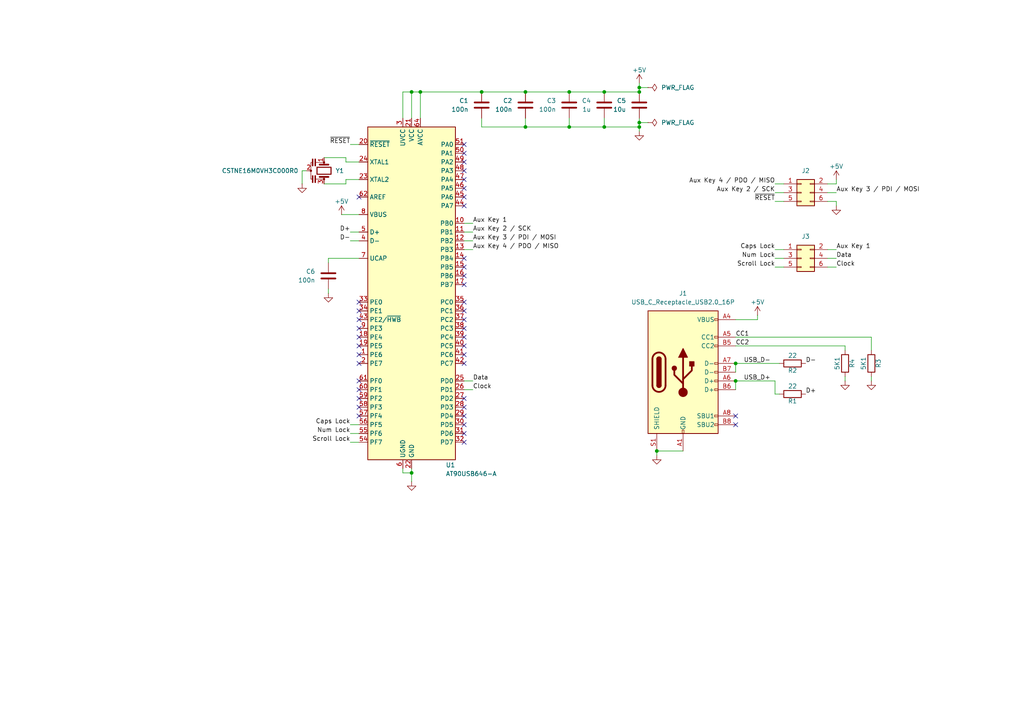
<source format=kicad_sch>
(kicad_sch
	(version 20231120)
	(generator "eeschema")
	(generator_version "8.0")
	(uuid "02803a2a-a8e2-4e63-a825-4884d3e6dae2")
	(paper "A4")
	(lib_symbols
		(symbol "Connector:USB_C_Receptacle_USB2.0_16P"
			(pin_names
				(offset 1.016)
			)
			(exclude_from_sim no)
			(in_bom yes)
			(on_board yes)
			(property "Reference" "J"
				(at 0 22.225 0)
				(effects
					(font
						(size 1.27 1.27)
					)
				)
			)
			(property "Value" "USB_C_Receptacle_USB2.0_16P"
				(at 0 19.685 0)
				(effects
					(font
						(size 1.27 1.27)
					)
				)
			)
			(property "Footprint" ""
				(at 3.81 0 0)
				(effects
					(font
						(size 1.27 1.27)
					)
					(hide yes)
				)
			)
			(property "Datasheet" "https://www.usb.org/sites/default/files/documents/usb_type-c.zip"
				(at 3.81 0 0)
				(effects
					(font
						(size 1.27 1.27)
					)
					(hide yes)
				)
			)
			(property "Description" "USB 2.0-only 16P Type-C Receptacle connector"
				(at 0 0 0)
				(effects
					(font
						(size 1.27 1.27)
					)
					(hide yes)
				)
			)
			(property "ki_keywords" "usb universal serial bus type-C USB2.0"
				(at 0 0 0)
				(effects
					(font
						(size 1.27 1.27)
					)
					(hide yes)
				)
			)
			(property "ki_fp_filters" "USB*C*Receptacle*"
				(at 0 0 0)
				(effects
					(font
						(size 1.27 1.27)
					)
					(hide yes)
				)
			)
			(symbol "USB_C_Receptacle_USB2.0_16P_0_0"
				(rectangle
					(start -0.254 -17.78)
					(end 0.254 -16.764)
					(stroke
						(width 0)
						(type default)
					)
					(fill
						(type none)
					)
				)
				(rectangle
					(start 10.16 -14.986)
					(end 9.144 -15.494)
					(stroke
						(width 0)
						(type default)
					)
					(fill
						(type none)
					)
				)
				(rectangle
					(start 10.16 -12.446)
					(end 9.144 -12.954)
					(stroke
						(width 0)
						(type default)
					)
					(fill
						(type none)
					)
				)
				(rectangle
					(start 10.16 -4.826)
					(end 9.144 -5.334)
					(stroke
						(width 0)
						(type default)
					)
					(fill
						(type none)
					)
				)
				(rectangle
					(start 10.16 -2.286)
					(end 9.144 -2.794)
					(stroke
						(width 0)
						(type default)
					)
					(fill
						(type none)
					)
				)
				(rectangle
					(start 10.16 0.254)
					(end 9.144 -0.254)
					(stroke
						(width 0)
						(type default)
					)
					(fill
						(type none)
					)
				)
				(rectangle
					(start 10.16 2.794)
					(end 9.144 2.286)
					(stroke
						(width 0)
						(type default)
					)
					(fill
						(type none)
					)
				)
				(rectangle
					(start 10.16 7.874)
					(end 9.144 7.366)
					(stroke
						(width 0)
						(type default)
					)
					(fill
						(type none)
					)
				)
				(rectangle
					(start 10.16 10.414)
					(end 9.144 9.906)
					(stroke
						(width 0)
						(type default)
					)
					(fill
						(type none)
					)
				)
				(rectangle
					(start 10.16 15.494)
					(end 9.144 14.986)
					(stroke
						(width 0)
						(type default)
					)
					(fill
						(type none)
					)
				)
			)
			(symbol "USB_C_Receptacle_USB2.0_16P_0_1"
				(rectangle
					(start -10.16 17.78)
					(end 10.16 -17.78)
					(stroke
						(width 0.254)
						(type default)
					)
					(fill
						(type background)
					)
				)
				(arc
					(start -8.89 -3.81)
					(mid -6.985 -5.7067)
					(end -5.08 -3.81)
					(stroke
						(width 0.508)
						(type default)
					)
					(fill
						(type none)
					)
				)
				(arc
					(start -7.62 -3.81)
					(mid -6.985 -4.4423)
					(end -6.35 -3.81)
					(stroke
						(width 0.254)
						(type default)
					)
					(fill
						(type none)
					)
				)
				(arc
					(start -7.62 -3.81)
					(mid -6.985 -4.4423)
					(end -6.35 -3.81)
					(stroke
						(width 0.254)
						(type default)
					)
					(fill
						(type outline)
					)
				)
				(rectangle
					(start -7.62 -3.81)
					(end -6.35 3.81)
					(stroke
						(width 0.254)
						(type default)
					)
					(fill
						(type outline)
					)
				)
				(arc
					(start -6.35 3.81)
					(mid -6.985 4.4423)
					(end -7.62 3.81)
					(stroke
						(width 0.254)
						(type default)
					)
					(fill
						(type none)
					)
				)
				(arc
					(start -6.35 3.81)
					(mid -6.985 4.4423)
					(end -7.62 3.81)
					(stroke
						(width 0.254)
						(type default)
					)
					(fill
						(type outline)
					)
				)
				(arc
					(start -5.08 3.81)
					(mid -6.985 5.7067)
					(end -8.89 3.81)
					(stroke
						(width 0.508)
						(type default)
					)
					(fill
						(type none)
					)
				)
				(circle
					(center -2.54 1.143)
					(radius 0.635)
					(stroke
						(width 0.254)
						(type default)
					)
					(fill
						(type outline)
					)
				)
				(circle
					(center 0 -5.842)
					(radius 1.27)
					(stroke
						(width 0)
						(type default)
					)
					(fill
						(type outline)
					)
				)
				(polyline
					(pts
						(xy -8.89 -3.81) (xy -8.89 3.81)
					)
					(stroke
						(width 0.508)
						(type default)
					)
					(fill
						(type none)
					)
				)
				(polyline
					(pts
						(xy -5.08 3.81) (xy -5.08 -3.81)
					)
					(stroke
						(width 0.508)
						(type default)
					)
					(fill
						(type none)
					)
				)
				(polyline
					(pts
						(xy 0 -5.842) (xy 0 4.318)
					)
					(stroke
						(width 0.508)
						(type default)
					)
					(fill
						(type none)
					)
				)
				(polyline
					(pts
						(xy 0 -3.302) (xy -2.54 -0.762) (xy -2.54 0.508)
					)
					(stroke
						(width 0.508)
						(type default)
					)
					(fill
						(type none)
					)
				)
				(polyline
					(pts
						(xy 0 -2.032) (xy 2.54 0.508) (xy 2.54 1.778)
					)
					(stroke
						(width 0.508)
						(type default)
					)
					(fill
						(type none)
					)
				)
				(polyline
					(pts
						(xy -1.27 4.318) (xy 0 6.858) (xy 1.27 4.318) (xy -1.27 4.318)
					)
					(stroke
						(width 0.254)
						(type default)
					)
					(fill
						(type outline)
					)
				)
				(rectangle
					(start 1.905 1.778)
					(end 3.175 3.048)
					(stroke
						(width 0.254)
						(type default)
					)
					(fill
						(type outline)
					)
				)
			)
			(symbol "USB_C_Receptacle_USB2.0_16P_1_1"
				(pin passive line
					(at 0 -22.86 90)
					(length 5.08)
					(name "GND"
						(effects
							(font
								(size 1.27 1.27)
							)
						)
					)
					(number "A1"
						(effects
							(font
								(size 1.27 1.27)
							)
						)
					)
				)
				(pin passive line
					(at 0 -22.86 90)
					(length 5.08) hide
					(name "GND"
						(effects
							(font
								(size 1.27 1.27)
							)
						)
					)
					(number "A12"
						(effects
							(font
								(size 1.27 1.27)
							)
						)
					)
				)
				(pin passive line
					(at 15.24 15.24 180)
					(length 5.08)
					(name "VBUS"
						(effects
							(font
								(size 1.27 1.27)
							)
						)
					)
					(number "A4"
						(effects
							(font
								(size 1.27 1.27)
							)
						)
					)
				)
				(pin bidirectional line
					(at 15.24 10.16 180)
					(length 5.08)
					(name "CC1"
						(effects
							(font
								(size 1.27 1.27)
							)
						)
					)
					(number "A5"
						(effects
							(font
								(size 1.27 1.27)
							)
						)
					)
				)
				(pin bidirectional line
					(at 15.24 -2.54 180)
					(length 5.08)
					(name "D+"
						(effects
							(font
								(size 1.27 1.27)
							)
						)
					)
					(number "A6"
						(effects
							(font
								(size 1.27 1.27)
							)
						)
					)
				)
				(pin bidirectional line
					(at 15.24 2.54 180)
					(length 5.08)
					(name "D-"
						(effects
							(font
								(size 1.27 1.27)
							)
						)
					)
					(number "A7"
						(effects
							(font
								(size 1.27 1.27)
							)
						)
					)
				)
				(pin bidirectional line
					(at 15.24 -12.7 180)
					(length 5.08)
					(name "SBU1"
						(effects
							(font
								(size 1.27 1.27)
							)
						)
					)
					(number "A8"
						(effects
							(font
								(size 1.27 1.27)
							)
						)
					)
				)
				(pin passive line
					(at 15.24 15.24 180)
					(length 5.08) hide
					(name "VBUS"
						(effects
							(font
								(size 1.27 1.27)
							)
						)
					)
					(number "A9"
						(effects
							(font
								(size 1.27 1.27)
							)
						)
					)
				)
				(pin passive line
					(at 0 -22.86 90)
					(length 5.08) hide
					(name "GND"
						(effects
							(font
								(size 1.27 1.27)
							)
						)
					)
					(number "B1"
						(effects
							(font
								(size 1.27 1.27)
							)
						)
					)
				)
				(pin passive line
					(at 0 -22.86 90)
					(length 5.08) hide
					(name "GND"
						(effects
							(font
								(size 1.27 1.27)
							)
						)
					)
					(number "B12"
						(effects
							(font
								(size 1.27 1.27)
							)
						)
					)
				)
				(pin passive line
					(at 15.24 15.24 180)
					(length 5.08) hide
					(name "VBUS"
						(effects
							(font
								(size 1.27 1.27)
							)
						)
					)
					(number "B4"
						(effects
							(font
								(size 1.27 1.27)
							)
						)
					)
				)
				(pin bidirectional line
					(at 15.24 7.62 180)
					(length 5.08)
					(name "CC2"
						(effects
							(font
								(size 1.27 1.27)
							)
						)
					)
					(number "B5"
						(effects
							(font
								(size 1.27 1.27)
							)
						)
					)
				)
				(pin bidirectional line
					(at 15.24 -5.08 180)
					(length 5.08)
					(name "D+"
						(effects
							(font
								(size 1.27 1.27)
							)
						)
					)
					(number "B6"
						(effects
							(font
								(size 1.27 1.27)
							)
						)
					)
				)
				(pin bidirectional line
					(at 15.24 0 180)
					(length 5.08)
					(name "D-"
						(effects
							(font
								(size 1.27 1.27)
							)
						)
					)
					(number "B7"
						(effects
							(font
								(size 1.27 1.27)
							)
						)
					)
				)
				(pin bidirectional line
					(at 15.24 -15.24 180)
					(length 5.08)
					(name "SBU2"
						(effects
							(font
								(size 1.27 1.27)
							)
						)
					)
					(number "B8"
						(effects
							(font
								(size 1.27 1.27)
							)
						)
					)
				)
				(pin passive line
					(at 15.24 15.24 180)
					(length 5.08) hide
					(name "VBUS"
						(effects
							(font
								(size 1.27 1.27)
							)
						)
					)
					(number "B9"
						(effects
							(font
								(size 1.27 1.27)
							)
						)
					)
				)
				(pin passive line
					(at -7.62 -22.86 90)
					(length 5.08)
					(name "SHIELD"
						(effects
							(font
								(size 1.27 1.27)
							)
						)
					)
					(number "S1"
						(effects
							(font
								(size 1.27 1.27)
							)
						)
					)
				)
			)
		)
		(symbol "Connector_Generic:Conn_02x03_Odd_Even"
			(pin_names
				(offset 1.016) hide)
			(exclude_from_sim no)
			(in_bom yes)
			(on_board yes)
			(property "Reference" "J"
				(at 1.27 5.08 0)
				(effects
					(font
						(size 1.27 1.27)
					)
				)
			)
			(property "Value" "Conn_02x03_Odd_Even"
				(at 1.27 -5.08 0)
				(effects
					(font
						(size 1.27 1.27)
					)
				)
			)
			(property "Footprint" ""
				(at 0 0 0)
				(effects
					(font
						(size 1.27 1.27)
					)
					(hide yes)
				)
			)
			(property "Datasheet" "~"
				(at 0 0 0)
				(effects
					(font
						(size 1.27 1.27)
					)
					(hide yes)
				)
			)
			(property "Description" "Generic connector, double row, 02x03, odd/even pin numbering scheme (row 1 odd numbers, row 2 even numbers), script generated (kicad-library-utils/schlib/autogen/connector/)"
				(at 0 0 0)
				(effects
					(font
						(size 1.27 1.27)
					)
					(hide yes)
				)
			)
			(property "ki_keywords" "connector"
				(at 0 0 0)
				(effects
					(font
						(size 1.27 1.27)
					)
					(hide yes)
				)
			)
			(property "ki_fp_filters" "Connector*:*_2x??_*"
				(at 0 0 0)
				(effects
					(font
						(size 1.27 1.27)
					)
					(hide yes)
				)
			)
			(symbol "Conn_02x03_Odd_Even_1_1"
				(rectangle
					(start -1.27 -2.413)
					(end 0 -2.667)
					(stroke
						(width 0.1524)
						(type default)
					)
					(fill
						(type none)
					)
				)
				(rectangle
					(start -1.27 0.127)
					(end 0 -0.127)
					(stroke
						(width 0.1524)
						(type default)
					)
					(fill
						(type none)
					)
				)
				(rectangle
					(start -1.27 2.667)
					(end 0 2.413)
					(stroke
						(width 0.1524)
						(type default)
					)
					(fill
						(type none)
					)
				)
				(rectangle
					(start -1.27 3.81)
					(end 3.81 -3.81)
					(stroke
						(width 0.254)
						(type default)
					)
					(fill
						(type background)
					)
				)
				(rectangle
					(start 3.81 -2.413)
					(end 2.54 -2.667)
					(stroke
						(width 0.1524)
						(type default)
					)
					(fill
						(type none)
					)
				)
				(rectangle
					(start 3.81 0.127)
					(end 2.54 -0.127)
					(stroke
						(width 0.1524)
						(type default)
					)
					(fill
						(type none)
					)
				)
				(rectangle
					(start 3.81 2.667)
					(end 2.54 2.413)
					(stroke
						(width 0.1524)
						(type default)
					)
					(fill
						(type none)
					)
				)
				(pin passive line
					(at -5.08 2.54 0)
					(length 3.81)
					(name "Pin_1"
						(effects
							(font
								(size 1.27 1.27)
							)
						)
					)
					(number "1"
						(effects
							(font
								(size 1.27 1.27)
							)
						)
					)
				)
				(pin passive line
					(at 7.62 2.54 180)
					(length 3.81)
					(name "Pin_2"
						(effects
							(font
								(size 1.27 1.27)
							)
						)
					)
					(number "2"
						(effects
							(font
								(size 1.27 1.27)
							)
						)
					)
				)
				(pin passive line
					(at -5.08 0 0)
					(length 3.81)
					(name "Pin_3"
						(effects
							(font
								(size 1.27 1.27)
							)
						)
					)
					(number "3"
						(effects
							(font
								(size 1.27 1.27)
							)
						)
					)
				)
				(pin passive line
					(at 7.62 0 180)
					(length 3.81)
					(name "Pin_4"
						(effects
							(font
								(size 1.27 1.27)
							)
						)
					)
					(number "4"
						(effects
							(font
								(size 1.27 1.27)
							)
						)
					)
				)
				(pin passive line
					(at -5.08 -2.54 0)
					(length 3.81)
					(name "Pin_5"
						(effects
							(font
								(size 1.27 1.27)
							)
						)
					)
					(number "5"
						(effects
							(font
								(size 1.27 1.27)
							)
						)
					)
				)
				(pin passive line
					(at 7.62 -2.54 180)
					(length 3.81)
					(name "Pin_6"
						(effects
							(font
								(size 1.27 1.27)
							)
						)
					)
					(number "6"
						(effects
							(font
								(size 1.27 1.27)
							)
						)
					)
				)
			)
		)
		(symbol "Device:C"
			(pin_numbers hide)
			(pin_names
				(offset 0.254)
			)
			(exclude_from_sim no)
			(in_bom yes)
			(on_board yes)
			(property "Reference" "C"
				(at 0.635 2.54 0)
				(effects
					(font
						(size 1.27 1.27)
					)
					(justify left)
				)
			)
			(property "Value" "C"
				(at 0.635 -2.54 0)
				(effects
					(font
						(size 1.27 1.27)
					)
					(justify left)
				)
			)
			(property "Footprint" ""
				(at 0.9652 -3.81 0)
				(effects
					(font
						(size 1.27 1.27)
					)
					(hide yes)
				)
			)
			(property "Datasheet" "~"
				(at 0 0 0)
				(effects
					(font
						(size 1.27 1.27)
					)
					(hide yes)
				)
			)
			(property "Description" "Unpolarized capacitor"
				(at 0 0 0)
				(effects
					(font
						(size 1.27 1.27)
					)
					(hide yes)
				)
			)
			(property "ki_keywords" "cap capacitor"
				(at 0 0 0)
				(effects
					(font
						(size 1.27 1.27)
					)
					(hide yes)
				)
			)
			(property "ki_fp_filters" "C_*"
				(at 0 0 0)
				(effects
					(font
						(size 1.27 1.27)
					)
					(hide yes)
				)
			)
			(symbol "C_0_1"
				(polyline
					(pts
						(xy -2.032 -0.762) (xy 2.032 -0.762)
					)
					(stroke
						(width 0.508)
						(type default)
					)
					(fill
						(type none)
					)
				)
				(polyline
					(pts
						(xy -2.032 0.762) (xy 2.032 0.762)
					)
					(stroke
						(width 0.508)
						(type default)
					)
					(fill
						(type none)
					)
				)
			)
			(symbol "C_1_1"
				(pin passive line
					(at 0 3.81 270)
					(length 2.794)
					(name "~"
						(effects
							(font
								(size 1.27 1.27)
							)
						)
					)
					(number "1"
						(effects
							(font
								(size 1.27 1.27)
							)
						)
					)
				)
				(pin passive line
					(at 0 -3.81 90)
					(length 2.794)
					(name "~"
						(effects
							(font
								(size 1.27 1.27)
							)
						)
					)
					(number "2"
						(effects
							(font
								(size 1.27 1.27)
							)
						)
					)
				)
			)
		)
		(symbol "Device:R"
			(pin_numbers hide)
			(pin_names
				(offset 0)
			)
			(exclude_from_sim no)
			(in_bom yes)
			(on_board yes)
			(property "Reference" "R"
				(at 2.032 0 90)
				(effects
					(font
						(size 1.27 1.27)
					)
				)
			)
			(property "Value" "R"
				(at 0 0 90)
				(effects
					(font
						(size 1.27 1.27)
					)
				)
			)
			(property "Footprint" ""
				(at -1.778 0 90)
				(effects
					(font
						(size 1.27 1.27)
					)
					(hide yes)
				)
			)
			(property "Datasheet" "~"
				(at 0 0 0)
				(effects
					(font
						(size 1.27 1.27)
					)
					(hide yes)
				)
			)
			(property "Description" "Resistor"
				(at 0 0 0)
				(effects
					(font
						(size 1.27 1.27)
					)
					(hide yes)
				)
			)
			(property "ki_keywords" "R res resistor"
				(at 0 0 0)
				(effects
					(font
						(size 1.27 1.27)
					)
					(hide yes)
				)
			)
			(property "ki_fp_filters" "R_*"
				(at 0 0 0)
				(effects
					(font
						(size 1.27 1.27)
					)
					(hide yes)
				)
			)
			(symbol "R_0_1"
				(rectangle
					(start -1.016 -2.54)
					(end 1.016 2.54)
					(stroke
						(width 0.254)
						(type default)
					)
					(fill
						(type none)
					)
				)
			)
			(symbol "R_1_1"
				(pin passive line
					(at 0 3.81 270)
					(length 1.27)
					(name "~"
						(effects
							(font
								(size 1.27 1.27)
							)
						)
					)
					(number "1"
						(effects
							(font
								(size 1.27 1.27)
							)
						)
					)
				)
				(pin passive line
					(at 0 -3.81 90)
					(length 1.27)
					(name "~"
						(effects
							(font
								(size 1.27 1.27)
							)
						)
					)
					(number "2"
						(effects
							(font
								(size 1.27 1.27)
							)
						)
					)
				)
			)
		)
		(symbol "Device:Resonator"
			(pin_names
				(offset 1.016) hide)
			(exclude_from_sim no)
			(in_bom yes)
			(on_board yes)
			(property "Reference" "Y"
				(at 0 5.715 0)
				(effects
					(font
						(size 1.27 1.27)
					)
				)
			)
			(property "Value" "Resonator"
				(at 0 3.81 0)
				(effects
					(font
						(size 1.27 1.27)
					)
				)
			)
			(property "Footprint" ""
				(at -0.635 0 0)
				(effects
					(font
						(size 1.27 1.27)
					)
					(hide yes)
				)
			)
			(property "Datasheet" "~"
				(at -0.635 0 0)
				(effects
					(font
						(size 1.27 1.27)
					)
					(hide yes)
				)
			)
			(property "Description" "Three pin ceramic resonator"
				(at 0 0 0)
				(effects
					(font
						(size 1.27 1.27)
					)
					(hide yes)
				)
			)
			(property "ki_keywords" "ceramic resonator"
				(at 0 0 0)
				(effects
					(font
						(size 1.27 1.27)
					)
					(hide yes)
				)
			)
			(property "ki_fp_filters" "Filter* Resonator*"
				(at 0 0 0)
				(effects
					(font
						(size 1.27 1.27)
					)
					(hide yes)
				)
			)
			(symbol "Resonator_0_1"
				(rectangle
					(start -3.429 -3.175)
					(end -1.397 -3.429)
					(stroke
						(width 0)
						(type default)
					)
					(fill
						(type outline)
					)
				)
				(rectangle
					(start -3.429 -2.413)
					(end -1.397 -2.667)
					(stroke
						(width 0)
						(type default)
					)
					(fill
						(type outline)
					)
				)
				(circle
					(center -2.413 0)
					(radius 0.254)
					(stroke
						(width 0)
						(type default)
					)
					(fill
						(type outline)
					)
				)
				(rectangle
					(start -1.016 2.032)
					(end 1.016 -2.032)
					(stroke
						(width 0.3048)
						(type default)
					)
					(fill
						(type none)
					)
				)
				(circle
					(center 0 -3.81)
					(radius 0.254)
					(stroke
						(width 0)
						(type default)
					)
					(fill
						(type outline)
					)
				)
				(polyline
					(pts
						(xy -2.413 -2.413) (xy -2.413 0)
					)
					(stroke
						(width 0)
						(type default)
					)
					(fill
						(type none)
					)
				)
				(polyline
					(pts
						(xy -1.905 0) (xy -3.175 0)
					)
					(stroke
						(width 0)
						(type default)
					)
					(fill
						(type none)
					)
				)
				(polyline
					(pts
						(xy -1.778 -1.27) (xy -1.778 1.27)
					)
					(stroke
						(width 0.508)
						(type default)
					)
					(fill
						(type none)
					)
				)
				(polyline
					(pts
						(xy 1.778 -1.27) (xy 1.778 1.27)
					)
					(stroke
						(width 0.508)
						(type default)
					)
					(fill
						(type none)
					)
				)
				(polyline
					(pts
						(xy 1.905 0) (xy 2.54 0)
					)
					(stroke
						(width 0)
						(type default)
					)
					(fill
						(type none)
					)
				)
				(polyline
					(pts
						(xy 2.413 0) (xy 2.413 -2.54)
					)
					(stroke
						(width 0)
						(type default)
					)
					(fill
						(type none)
					)
				)
				(polyline
					(pts
						(xy 2.413 -3.302) (xy 2.413 -3.81) (xy -2.413 -3.81) (xy -2.413 -3.302)
					)
					(stroke
						(width 0)
						(type default)
					)
					(fill
						(type none)
					)
				)
				(rectangle
					(start 1.397 -3.175)
					(end 3.429 -3.429)
					(stroke
						(width 0)
						(type default)
					)
					(fill
						(type outline)
					)
				)
				(rectangle
					(start 1.397 -2.413)
					(end 3.429 -2.667)
					(stroke
						(width 0)
						(type default)
					)
					(fill
						(type outline)
					)
				)
				(circle
					(center 2.413 0)
					(radius 0.254)
					(stroke
						(width 0)
						(type default)
					)
					(fill
						(type outline)
					)
				)
			)
			(symbol "Resonator_1_1"
				(pin passive line
					(at -3.81 0 0)
					(length 1.27)
					(name "1"
						(effects
							(font
								(size 1.27 1.27)
							)
						)
					)
					(number "1"
						(effects
							(font
								(size 1.27 1.27)
							)
						)
					)
				)
				(pin passive line
					(at 0 -5.08 90)
					(length 1.27)
					(name "2"
						(effects
							(font
								(size 1.27 1.27)
							)
						)
					)
					(number "2"
						(effects
							(font
								(size 1.27 1.27)
							)
						)
					)
				)
				(pin passive line
					(at 3.81 0 180)
					(length 1.27)
					(name "3"
						(effects
							(font
								(size 1.27 1.27)
							)
						)
					)
					(number "3"
						(effects
							(font
								(size 1.27 1.27)
							)
						)
					)
				)
			)
		)
		(symbol "MCU_Microchip_AVR:AT90USB646-A"
			(exclude_from_sim no)
			(in_bom yes)
			(on_board yes)
			(property "Reference" "U"
				(at -12.7 49.53 0)
				(effects
					(font
						(size 1.27 1.27)
					)
					(justify left bottom)
				)
			)
			(property "Value" "AT90USB646-A"
				(at 2.54 -49.53 0)
				(effects
					(font
						(size 1.27 1.27)
					)
					(justify left top)
				)
			)
			(property "Footprint" "Package_QFP:TQFP-64_14x14mm_P0.8mm"
				(at 0 0 0)
				(effects
					(font
						(size 1.27 1.27)
						(italic yes)
					)
					(hide yes)
				)
			)
			(property "Datasheet" "http://ww1.microchip.com/downloads/en/DeviceDoc/doc7593.pdf"
				(at 0 0 0)
				(effects
					(font
						(size 1.27 1.27)
					)
					(hide yes)
				)
			)
			(property "Description" "16MHz, 64kB Flash, 4kB SRAM, 2kB EEPROM, USB 2.0, TQFP-64"
				(at 0 0 0)
				(effects
					(font
						(size 1.27 1.27)
					)
					(hide yes)
				)
			)
			(property "ki_keywords" "AVR 8bit Microcontroller USB"
				(at 0 0 0)
				(effects
					(font
						(size 1.27 1.27)
					)
					(hide yes)
				)
			)
			(property "ki_fp_filters" "TQFP*14x14mm*P0.8mm*"
				(at 0 0 0)
				(effects
					(font
						(size 1.27 1.27)
					)
					(hide yes)
				)
			)
			(symbol "AT90USB646-A_0_1"
				(rectangle
					(start -12.7 -48.26)
					(end 12.7 48.26)
					(stroke
						(width 0.254)
						(type default)
					)
					(fill
						(type background)
					)
				)
			)
			(symbol "AT90USB646-A_1_1"
				(pin bidirectional line
					(at -15.24 -17.78 0)
					(length 2.54)
					(name "PE6"
						(effects
							(font
								(size 1.27 1.27)
							)
						)
					)
					(number "1"
						(effects
							(font
								(size 1.27 1.27)
							)
						)
					)
				)
				(pin bidirectional line
					(at 15.24 20.32 180)
					(length 2.54)
					(name "PB0"
						(effects
							(font
								(size 1.27 1.27)
							)
						)
					)
					(number "10"
						(effects
							(font
								(size 1.27 1.27)
							)
						)
					)
				)
				(pin bidirectional line
					(at 15.24 17.78 180)
					(length 2.54)
					(name "PB1"
						(effects
							(font
								(size 1.27 1.27)
							)
						)
					)
					(number "11"
						(effects
							(font
								(size 1.27 1.27)
							)
						)
					)
				)
				(pin bidirectional line
					(at 15.24 15.24 180)
					(length 2.54)
					(name "PB2"
						(effects
							(font
								(size 1.27 1.27)
							)
						)
					)
					(number "12"
						(effects
							(font
								(size 1.27 1.27)
							)
						)
					)
				)
				(pin bidirectional line
					(at 15.24 12.7 180)
					(length 2.54)
					(name "PB3"
						(effects
							(font
								(size 1.27 1.27)
							)
						)
					)
					(number "13"
						(effects
							(font
								(size 1.27 1.27)
							)
						)
					)
				)
				(pin bidirectional line
					(at 15.24 10.16 180)
					(length 2.54)
					(name "PB4"
						(effects
							(font
								(size 1.27 1.27)
							)
						)
					)
					(number "14"
						(effects
							(font
								(size 1.27 1.27)
							)
						)
					)
				)
				(pin bidirectional line
					(at 15.24 7.62 180)
					(length 2.54)
					(name "PB5"
						(effects
							(font
								(size 1.27 1.27)
							)
						)
					)
					(number "15"
						(effects
							(font
								(size 1.27 1.27)
							)
						)
					)
				)
				(pin bidirectional line
					(at 15.24 5.08 180)
					(length 2.54)
					(name "PB6"
						(effects
							(font
								(size 1.27 1.27)
							)
						)
					)
					(number "16"
						(effects
							(font
								(size 1.27 1.27)
							)
						)
					)
				)
				(pin bidirectional line
					(at 15.24 2.54 180)
					(length 2.54)
					(name "PB7"
						(effects
							(font
								(size 1.27 1.27)
							)
						)
					)
					(number "17"
						(effects
							(font
								(size 1.27 1.27)
							)
						)
					)
				)
				(pin bidirectional line
					(at -15.24 -12.7 0)
					(length 2.54)
					(name "PE4"
						(effects
							(font
								(size 1.27 1.27)
							)
						)
					)
					(number "18"
						(effects
							(font
								(size 1.27 1.27)
							)
						)
					)
				)
				(pin bidirectional line
					(at -15.24 -15.24 0)
					(length 2.54)
					(name "PE5"
						(effects
							(font
								(size 1.27 1.27)
							)
						)
					)
					(number "19"
						(effects
							(font
								(size 1.27 1.27)
							)
						)
					)
				)
				(pin bidirectional line
					(at -15.24 -20.32 0)
					(length 2.54)
					(name "PE7"
						(effects
							(font
								(size 1.27 1.27)
							)
						)
					)
					(number "2"
						(effects
							(font
								(size 1.27 1.27)
							)
						)
					)
				)
				(pin input line
					(at -15.24 43.18 0)
					(length 2.54)
					(name "~{RESET}"
						(effects
							(font
								(size 1.27 1.27)
							)
						)
					)
					(number "20"
						(effects
							(font
								(size 1.27 1.27)
							)
						)
					)
				)
				(pin power_in line
					(at 0 50.8 270)
					(length 2.54)
					(name "VCC"
						(effects
							(font
								(size 1.27 1.27)
							)
						)
					)
					(number "21"
						(effects
							(font
								(size 1.27 1.27)
							)
						)
					)
				)
				(pin power_in line
					(at 0 -50.8 90)
					(length 2.54)
					(name "GND"
						(effects
							(font
								(size 1.27 1.27)
							)
						)
					)
					(number "22"
						(effects
							(font
								(size 1.27 1.27)
							)
						)
					)
				)
				(pin output line
					(at -15.24 33.02 0)
					(length 2.54)
					(name "XTAL2"
						(effects
							(font
								(size 1.27 1.27)
							)
						)
					)
					(number "23"
						(effects
							(font
								(size 1.27 1.27)
							)
						)
					)
				)
				(pin input line
					(at -15.24 38.1 0)
					(length 2.54)
					(name "XTAL1"
						(effects
							(font
								(size 1.27 1.27)
							)
						)
					)
					(number "24"
						(effects
							(font
								(size 1.27 1.27)
							)
						)
					)
				)
				(pin bidirectional line
					(at 15.24 -25.4 180)
					(length 2.54)
					(name "PD0"
						(effects
							(font
								(size 1.27 1.27)
							)
						)
					)
					(number "25"
						(effects
							(font
								(size 1.27 1.27)
							)
						)
					)
				)
				(pin bidirectional line
					(at 15.24 -27.94 180)
					(length 2.54)
					(name "PD1"
						(effects
							(font
								(size 1.27 1.27)
							)
						)
					)
					(number "26"
						(effects
							(font
								(size 1.27 1.27)
							)
						)
					)
				)
				(pin bidirectional line
					(at 15.24 -30.48 180)
					(length 2.54)
					(name "PD2"
						(effects
							(font
								(size 1.27 1.27)
							)
						)
					)
					(number "27"
						(effects
							(font
								(size 1.27 1.27)
							)
						)
					)
				)
				(pin bidirectional line
					(at 15.24 -33.02 180)
					(length 2.54)
					(name "PD3"
						(effects
							(font
								(size 1.27 1.27)
							)
						)
					)
					(number "28"
						(effects
							(font
								(size 1.27 1.27)
							)
						)
					)
				)
				(pin bidirectional line
					(at 15.24 -35.56 180)
					(length 2.54)
					(name "PD4"
						(effects
							(font
								(size 1.27 1.27)
							)
						)
					)
					(number "29"
						(effects
							(font
								(size 1.27 1.27)
							)
						)
					)
				)
				(pin power_in line
					(at -2.54 50.8 270)
					(length 2.54)
					(name "UVCC"
						(effects
							(font
								(size 1.27 1.27)
							)
						)
					)
					(number "3"
						(effects
							(font
								(size 1.27 1.27)
							)
						)
					)
				)
				(pin bidirectional line
					(at 15.24 -38.1 180)
					(length 2.54)
					(name "PD5"
						(effects
							(font
								(size 1.27 1.27)
							)
						)
					)
					(number "30"
						(effects
							(font
								(size 1.27 1.27)
							)
						)
					)
				)
				(pin bidirectional line
					(at 15.24 -40.64 180)
					(length 2.54)
					(name "PD6"
						(effects
							(font
								(size 1.27 1.27)
							)
						)
					)
					(number "31"
						(effects
							(font
								(size 1.27 1.27)
							)
						)
					)
				)
				(pin bidirectional line
					(at 15.24 -43.18 180)
					(length 2.54)
					(name "PD7"
						(effects
							(font
								(size 1.27 1.27)
							)
						)
					)
					(number "32"
						(effects
							(font
								(size 1.27 1.27)
							)
						)
					)
				)
				(pin bidirectional line
					(at -15.24 -2.54 0)
					(length 2.54)
					(name "PE0"
						(effects
							(font
								(size 1.27 1.27)
							)
						)
					)
					(number "33"
						(effects
							(font
								(size 1.27 1.27)
							)
						)
					)
				)
				(pin bidirectional line
					(at -15.24 -5.08 0)
					(length 2.54)
					(name "PE1"
						(effects
							(font
								(size 1.27 1.27)
							)
						)
					)
					(number "34"
						(effects
							(font
								(size 1.27 1.27)
							)
						)
					)
				)
				(pin bidirectional line
					(at 15.24 -2.54 180)
					(length 2.54)
					(name "PC0"
						(effects
							(font
								(size 1.27 1.27)
							)
						)
					)
					(number "35"
						(effects
							(font
								(size 1.27 1.27)
							)
						)
					)
				)
				(pin bidirectional line
					(at 15.24 -5.08 180)
					(length 2.54)
					(name "PC1"
						(effects
							(font
								(size 1.27 1.27)
							)
						)
					)
					(number "36"
						(effects
							(font
								(size 1.27 1.27)
							)
						)
					)
				)
				(pin bidirectional line
					(at 15.24 -7.62 180)
					(length 2.54)
					(name "PC2"
						(effects
							(font
								(size 1.27 1.27)
							)
						)
					)
					(number "37"
						(effects
							(font
								(size 1.27 1.27)
							)
						)
					)
				)
				(pin bidirectional line
					(at 15.24 -10.16 180)
					(length 2.54)
					(name "PC3"
						(effects
							(font
								(size 1.27 1.27)
							)
						)
					)
					(number "38"
						(effects
							(font
								(size 1.27 1.27)
							)
						)
					)
				)
				(pin bidirectional line
					(at 15.24 -12.7 180)
					(length 2.54)
					(name "PC4"
						(effects
							(font
								(size 1.27 1.27)
							)
						)
					)
					(number "39"
						(effects
							(font
								(size 1.27 1.27)
							)
						)
					)
				)
				(pin bidirectional line
					(at -15.24 15.24 0)
					(length 2.54)
					(name "D-"
						(effects
							(font
								(size 1.27 1.27)
							)
						)
					)
					(number "4"
						(effects
							(font
								(size 1.27 1.27)
							)
						)
					)
				)
				(pin bidirectional line
					(at 15.24 -15.24 180)
					(length 2.54)
					(name "PC5"
						(effects
							(font
								(size 1.27 1.27)
							)
						)
					)
					(number "40"
						(effects
							(font
								(size 1.27 1.27)
							)
						)
					)
				)
				(pin bidirectional line
					(at 15.24 -17.78 180)
					(length 2.54)
					(name "PC6"
						(effects
							(font
								(size 1.27 1.27)
							)
						)
					)
					(number "41"
						(effects
							(font
								(size 1.27 1.27)
							)
						)
					)
				)
				(pin bidirectional line
					(at 15.24 -20.32 180)
					(length 2.54)
					(name "PC7"
						(effects
							(font
								(size 1.27 1.27)
							)
						)
					)
					(number "42"
						(effects
							(font
								(size 1.27 1.27)
							)
						)
					)
				)
				(pin bidirectional line
					(at -15.24 -7.62 0)
					(length 2.54)
					(name "PE2/~{HWB}"
						(effects
							(font
								(size 1.27 1.27)
							)
						)
					)
					(number "43"
						(effects
							(font
								(size 1.27 1.27)
							)
						)
					)
				)
				(pin bidirectional line
					(at 15.24 25.4 180)
					(length 2.54)
					(name "PA7"
						(effects
							(font
								(size 1.27 1.27)
							)
						)
					)
					(number "44"
						(effects
							(font
								(size 1.27 1.27)
							)
						)
					)
				)
				(pin bidirectional line
					(at 15.24 27.94 180)
					(length 2.54)
					(name "PA6"
						(effects
							(font
								(size 1.27 1.27)
							)
						)
					)
					(number "45"
						(effects
							(font
								(size 1.27 1.27)
							)
						)
					)
				)
				(pin bidirectional line
					(at 15.24 30.48 180)
					(length 2.54)
					(name "PA5"
						(effects
							(font
								(size 1.27 1.27)
							)
						)
					)
					(number "46"
						(effects
							(font
								(size 1.27 1.27)
							)
						)
					)
				)
				(pin bidirectional line
					(at 15.24 33.02 180)
					(length 2.54)
					(name "PA4"
						(effects
							(font
								(size 1.27 1.27)
							)
						)
					)
					(number "47"
						(effects
							(font
								(size 1.27 1.27)
							)
						)
					)
				)
				(pin bidirectional line
					(at 15.24 35.56 180)
					(length 2.54)
					(name "PA3"
						(effects
							(font
								(size 1.27 1.27)
							)
						)
					)
					(number "48"
						(effects
							(font
								(size 1.27 1.27)
							)
						)
					)
				)
				(pin bidirectional line
					(at 15.24 38.1 180)
					(length 2.54)
					(name "PA2"
						(effects
							(font
								(size 1.27 1.27)
							)
						)
					)
					(number "49"
						(effects
							(font
								(size 1.27 1.27)
							)
						)
					)
				)
				(pin bidirectional line
					(at -15.24 17.78 0)
					(length 2.54)
					(name "D+"
						(effects
							(font
								(size 1.27 1.27)
							)
						)
					)
					(number "5"
						(effects
							(font
								(size 1.27 1.27)
							)
						)
					)
				)
				(pin bidirectional line
					(at 15.24 40.64 180)
					(length 2.54)
					(name "PA1"
						(effects
							(font
								(size 1.27 1.27)
							)
						)
					)
					(number "50"
						(effects
							(font
								(size 1.27 1.27)
							)
						)
					)
				)
				(pin bidirectional line
					(at 15.24 43.18 180)
					(length 2.54)
					(name "PA0"
						(effects
							(font
								(size 1.27 1.27)
							)
						)
					)
					(number "51"
						(effects
							(font
								(size 1.27 1.27)
							)
						)
					)
				)
				(pin passive line
					(at 0 50.8 270)
					(length 2.54) hide
					(name "VCC"
						(effects
							(font
								(size 1.27 1.27)
							)
						)
					)
					(number "52"
						(effects
							(font
								(size 1.27 1.27)
							)
						)
					)
				)
				(pin passive line
					(at 0 -50.8 90)
					(length 2.54) hide
					(name "GND"
						(effects
							(font
								(size 1.27 1.27)
							)
						)
					)
					(number "53"
						(effects
							(font
								(size 1.27 1.27)
							)
						)
					)
				)
				(pin bidirectional line
					(at -15.24 -43.18 0)
					(length 2.54)
					(name "PF7"
						(effects
							(font
								(size 1.27 1.27)
							)
						)
					)
					(number "54"
						(effects
							(font
								(size 1.27 1.27)
							)
						)
					)
				)
				(pin bidirectional line
					(at -15.24 -40.64 0)
					(length 2.54)
					(name "PF6"
						(effects
							(font
								(size 1.27 1.27)
							)
						)
					)
					(number "55"
						(effects
							(font
								(size 1.27 1.27)
							)
						)
					)
				)
				(pin bidirectional line
					(at -15.24 -38.1 0)
					(length 2.54)
					(name "PF5"
						(effects
							(font
								(size 1.27 1.27)
							)
						)
					)
					(number "56"
						(effects
							(font
								(size 1.27 1.27)
							)
						)
					)
				)
				(pin bidirectional line
					(at -15.24 -35.56 0)
					(length 2.54)
					(name "PF4"
						(effects
							(font
								(size 1.27 1.27)
							)
						)
					)
					(number "57"
						(effects
							(font
								(size 1.27 1.27)
							)
						)
					)
				)
				(pin bidirectional line
					(at -15.24 -33.02 0)
					(length 2.54)
					(name "PF3"
						(effects
							(font
								(size 1.27 1.27)
							)
						)
					)
					(number "58"
						(effects
							(font
								(size 1.27 1.27)
							)
						)
					)
				)
				(pin bidirectional line
					(at -15.24 -30.48 0)
					(length 2.54)
					(name "PF2"
						(effects
							(font
								(size 1.27 1.27)
							)
						)
					)
					(number "59"
						(effects
							(font
								(size 1.27 1.27)
							)
						)
					)
				)
				(pin power_in line
					(at -2.54 -50.8 90)
					(length 2.54)
					(name "UGND"
						(effects
							(font
								(size 1.27 1.27)
							)
						)
					)
					(number "6"
						(effects
							(font
								(size 1.27 1.27)
							)
						)
					)
				)
				(pin bidirectional line
					(at -15.24 -27.94 0)
					(length 2.54)
					(name "PF1"
						(effects
							(font
								(size 1.27 1.27)
							)
						)
					)
					(number "60"
						(effects
							(font
								(size 1.27 1.27)
							)
						)
					)
				)
				(pin bidirectional line
					(at -15.24 -25.4 0)
					(length 2.54)
					(name "PF0"
						(effects
							(font
								(size 1.27 1.27)
							)
						)
					)
					(number "61"
						(effects
							(font
								(size 1.27 1.27)
							)
						)
					)
				)
				(pin passive line
					(at -15.24 27.94 0)
					(length 2.54)
					(name "AREF"
						(effects
							(font
								(size 1.27 1.27)
							)
						)
					)
					(number "62"
						(effects
							(font
								(size 1.27 1.27)
							)
						)
					)
				)
				(pin passive line
					(at 0 -50.8 90)
					(length 2.54) hide
					(name "GND"
						(effects
							(font
								(size 1.27 1.27)
							)
						)
					)
					(number "63"
						(effects
							(font
								(size 1.27 1.27)
							)
						)
					)
				)
				(pin power_in line
					(at 2.54 50.8 270)
					(length 2.54)
					(name "AVCC"
						(effects
							(font
								(size 1.27 1.27)
							)
						)
					)
					(number "64"
						(effects
							(font
								(size 1.27 1.27)
							)
						)
					)
				)
				(pin passive line
					(at -15.24 10.16 0)
					(length 2.54)
					(name "UCAP"
						(effects
							(font
								(size 1.27 1.27)
							)
						)
					)
					(number "7"
						(effects
							(font
								(size 1.27 1.27)
							)
						)
					)
				)
				(pin input line
					(at -15.24 22.86 0)
					(length 2.54)
					(name "VBUS"
						(effects
							(font
								(size 1.27 1.27)
							)
						)
					)
					(number "8"
						(effects
							(font
								(size 1.27 1.27)
							)
						)
					)
				)
				(pin bidirectional line
					(at -15.24 -10.16 0)
					(length 2.54)
					(name "PE3"
						(effects
							(font
								(size 1.27 1.27)
							)
						)
					)
					(number "9"
						(effects
							(font
								(size 1.27 1.27)
							)
						)
					)
				)
			)
		)
		(symbol "power:+5V"
			(power)
			(pin_numbers hide)
			(pin_names
				(offset 0) hide)
			(exclude_from_sim no)
			(in_bom yes)
			(on_board yes)
			(property "Reference" "#PWR"
				(at 0 -3.81 0)
				(effects
					(font
						(size 1.27 1.27)
					)
					(hide yes)
				)
			)
			(property "Value" "+5V"
				(at 0 3.556 0)
				(effects
					(font
						(size 1.27 1.27)
					)
				)
			)
			(property "Footprint" ""
				(at 0 0 0)
				(effects
					(font
						(size 1.27 1.27)
					)
					(hide yes)
				)
			)
			(property "Datasheet" ""
				(at 0 0 0)
				(effects
					(font
						(size 1.27 1.27)
					)
					(hide yes)
				)
			)
			(property "Description" "Power symbol creates a global label with name \"+5V\""
				(at 0 0 0)
				(effects
					(font
						(size 1.27 1.27)
					)
					(hide yes)
				)
			)
			(property "ki_keywords" "global power"
				(at 0 0 0)
				(effects
					(font
						(size 1.27 1.27)
					)
					(hide yes)
				)
			)
			(symbol "+5V_0_1"
				(polyline
					(pts
						(xy -0.762 1.27) (xy 0 2.54)
					)
					(stroke
						(width 0)
						(type default)
					)
					(fill
						(type none)
					)
				)
				(polyline
					(pts
						(xy 0 0) (xy 0 2.54)
					)
					(stroke
						(width 0)
						(type default)
					)
					(fill
						(type none)
					)
				)
				(polyline
					(pts
						(xy 0 2.54) (xy 0.762 1.27)
					)
					(stroke
						(width 0)
						(type default)
					)
					(fill
						(type none)
					)
				)
			)
			(symbol "+5V_1_1"
				(pin power_in line
					(at 0 0 90)
					(length 0)
					(name "~"
						(effects
							(font
								(size 1.27 1.27)
							)
						)
					)
					(number "1"
						(effects
							(font
								(size 1.27 1.27)
							)
						)
					)
				)
			)
		)
		(symbol "power:GND"
			(power)
			(pin_numbers hide)
			(pin_names
				(offset 0) hide)
			(exclude_from_sim no)
			(in_bom yes)
			(on_board yes)
			(property "Reference" "#PWR"
				(at 0 -6.35 0)
				(effects
					(font
						(size 1.27 1.27)
					)
					(hide yes)
				)
			)
			(property "Value" "GND"
				(at 0 -3.81 0)
				(effects
					(font
						(size 1.27 1.27)
					)
				)
			)
			(property "Footprint" ""
				(at 0 0 0)
				(effects
					(font
						(size 1.27 1.27)
					)
					(hide yes)
				)
			)
			(property "Datasheet" ""
				(at 0 0 0)
				(effects
					(font
						(size 1.27 1.27)
					)
					(hide yes)
				)
			)
			(property "Description" "Power symbol creates a global label with name \"GND\" , ground"
				(at 0 0 0)
				(effects
					(font
						(size 1.27 1.27)
					)
					(hide yes)
				)
			)
			(property "ki_keywords" "global power"
				(at 0 0 0)
				(effects
					(font
						(size 1.27 1.27)
					)
					(hide yes)
				)
			)
			(symbol "GND_0_1"
				(polyline
					(pts
						(xy 0 0) (xy 0 -1.27) (xy 1.27 -1.27) (xy 0 -2.54) (xy -1.27 -1.27) (xy 0 -1.27)
					)
					(stroke
						(width 0)
						(type default)
					)
					(fill
						(type none)
					)
				)
			)
			(symbol "GND_1_1"
				(pin power_in line
					(at 0 0 270)
					(length 0)
					(name "~"
						(effects
							(font
								(size 1.27 1.27)
							)
						)
					)
					(number "1"
						(effects
							(font
								(size 1.27 1.27)
							)
						)
					)
				)
			)
		)
		(symbol "power:PWR_FLAG"
			(power)
			(pin_numbers hide)
			(pin_names
				(offset 0) hide)
			(exclude_from_sim no)
			(in_bom yes)
			(on_board yes)
			(property "Reference" "#FLG"
				(at 0 1.905 0)
				(effects
					(font
						(size 1.27 1.27)
					)
					(hide yes)
				)
			)
			(property "Value" "PWR_FLAG"
				(at 0 3.81 0)
				(effects
					(font
						(size 1.27 1.27)
					)
				)
			)
			(property "Footprint" ""
				(at 0 0 0)
				(effects
					(font
						(size 1.27 1.27)
					)
					(hide yes)
				)
			)
			(property "Datasheet" "~"
				(at 0 0 0)
				(effects
					(font
						(size 1.27 1.27)
					)
					(hide yes)
				)
			)
			(property "Description" "Special symbol for telling ERC where power comes from"
				(at 0 0 0)
				(effects
					(font
						(size 1.27 1.27)
					)
					(hide yes)
				)
			)
			(property "ki_keywords" "flag power"
				(at 0 0 0)
				(effects
					(font
						(size 1.27 1.27)
					)
					(hide yes)
				)
			)
			(symbol "PWR_FLAG_0_0"
				(pin power_out line
					(at 0 0 90)
					(length 0)
					(name "~"
						(effects
							(font
								(size 1.27 1.27)
							)
						)
					)
					(number "1"
						(effects
							(font
								(size 1.27 1.27)
							)
						)
					)
				)
			)
			(symbol "PWR_FLAG_0_1"
				(polyline
					(pts
						(xy 0 0) (xy 0 1.27) (xy -1.016 1.905) (xy 0 2.54) (xy 1.016 1.905) (xy 0 1.27)
					)
					(stroke
						(width 0)
						(type default)
					)
					(fill
						(type none)
					)
				)
			)
		)
	)
	(junction
		(at 139.7 26.67)
		(diameter 0)
		(color 0 0 0 0)
		(uuid "068e6374-6a97-4bda-9d7e-a373b9331c87")
	)
	(junction
		(at 190.5 130.81)
		(diameter 0)
		(color 0 0 0 0)
		(uuid "111c4cb4-2f7b-4ead-9c1c-3d7e572de2ce")
	)
	(junction
		(at 213.36 110.49)
		(diameter 0)
		(color 0 0 0 0)
		(uuid "2a15da9d-6863-4565-97cc-b5e45d42fb67")
	)
	(junction
		(at 185.42 36.83)
		(diameter 0)
		(color 0 0 0 0)
		(uuid "2c3da3ee-d5c2-4d83-a474-b253c4b55ac4")
	)
	(junction
		(at 185.42 26.67)
		(diameter 0)
		(color 0 0 0 0)
		(uuid "2cc88751-6871-4ee9-b90d-5b8172bf4216")
	)
	(junction
		(at 152.4 36.83)
		(diameter 0)
		(color 0 0 0 0)
		(uuid "3614ad8c-0e60-48ce-a059-4187e82a01f3")
	)
	(junction
		(at 165.1 36.83)
		(diameter 0)
		(color 0 0 0 0)
		(uuid "3b2872a2-2c77-42b4-a4ef-d07a0e72ab61")
	)
	(junction
		(at 165.1 26.67)
		(diameter 0)
		(color 0 0 0 0)
		(uuid "4d905738-48a0-4298-97b1-84259c960216")
	)
	(junction
		(at 185.42 25.4)
		(diameter 0)
		(color 0 0 0 0)
		(uuid "6403e945-de9c-46b9-ab97-df3b9e9a0309")
	)
	(junction
		(at 213.36 105.41)
		(diameter 0)
		(color 0 0 0 0)
		(uuid "8457c71b-74f4-4cee-8a10-07cfc7d4d610")
	)
	(junction
		(at 152.4 26.67)
		(diameter 0)
		(color 0 0 0 0)
		(uuid "916b2613-42a0-4c10-8f5f-b70cf2cd7d38")
	)
	(junction
		(at 175.26 36.83)
		(diameter 0)
		(color 0 0 0 0)
		(uuid "a7a7e3e5-6b31-4cfa-9fa6-ffb0c7833353")
	)
	(junction
		(at 119.38 137.16)
		(diameter 0)
		(color 0 0 0 0)
		(uuid "a89ae332-75f0-4edb-9ee2-c6fa4f0afa96")
	)
	(junction
		(at 185.42 35.56)
		(diameter 0)
		(color 0 0 0 0)
		(uuid "be9bf968-0807-40d0-b7ce-58678764b24e")
	)
	(junction
		(at 121.92 26.67)
		(diameter 0)
		(color 0 0 0 0)
		(uuid "d3b375d4-d17e-46b2-8ff4-c8c6de1f8260")
	)
	(junction
		(at 175.26 26.67)
		(diameter 0)
		(color 0 0 0 0)
		(uuid "df26a98b-f51b-4375-a62e-a84bcf264f2c")
	)
	(junction
		(at 119.38 26.67)
		(diameter 0)
		(color 0 0 0 0)
		(uuid "faf205d8-ecd9-494d-b570-d0ce0fd63468")
	)
	(no_connect
		(at 104.14 120.65)
		(uuid "011287d5-33be-4781-b8bb-53e9dd4734ec")
	)
	(no_connect
		(at 104.14 92.71)
		(uuid "022f2550-1b4e-4612-abec-5acc12fa0961")
	)
	(no_connect
		(at 134.62 128.27)
		(uuid "0369685a-dc27-458c-8cf8-9cccc4d95247")
	)
	(no_connect
		(at 134.62 82.55)
		(uuid "0778ce05-6b26-42e7-8fd1-bc973e577836")
	)
	(no_connect
		(at 104.14 115.57)
		(uuid "18216c93-0ea9-4e2b-9290-de47de745ca0")
	)
	(no_connect
		(at 134.62 41.91)
		(uuid "192f6012-9500-4f25-bf72-88abecc9efa2")
	)
	(no_connect
		(at 134.62 77.47)
		(uuid "1cfec00f-a05d-4a0c-ae85-78c35e4d29cc")
	)
	(no_connect
		(at 104.14 57.15)
		(uuid "2015cbf5-e37b-424c-8d22-e173462901ef")
	)
	(no_connect
		(at 134.62 95.25)
		(uuid "3cb0f7fc-616a-4e95-a8d7-33be7a94eab8")
	)
	(no_connect
		(at 134.62 123.19)
		(uuid "3ed9de86-8b88-4bfc-ad0f-9d4a31555146")
	)
	(no_connect
		(at 134.62 105.41)
		(uuid "4ebc9052-2150-4776-9dfb-8f6d223ce456")
	)
	(no_connect
		(at 134.62 87.63)
		(uuid "502879b0-2b78-4f6e-b42d-79eac7f9285a")
	)
	(no_connect
		(at 134.62 125.73)
		(uuid "502bd49a-d955-48c2-89f1-f60a86eccebb")
	)
	(no_connect
		(at 104.14 97.79)
		(uuid "51e476b9-722e-4b11-be9a-b973e8aff984")
	)
	(no_connect
		(at 134.62 97.79)
		(uuid "524e80e7-f6d3-4bf0-9aed-2ed1c4dbc26e")
	)
	(no_connect
		(at 134.62 115.57)
		(uuid "568cac02-9e7c-46c8-879c-b1de7d26cbcc")
	)
	(no_connect
		(at 134.62 46.99)
		(uuid "5ddfa4a0-9af1-43b1-9089-b26d1adc8768")
	)
	(no_connect
		(at 134.62 54.61)
		(uuid "5fa5019c-04fe-4291-b0d9-214f8921709c")
	)
	(no_connect
		(at 134.62 44.45)
		(uuid "6585d771-f4df-4310-853c-d33b2dee65eb")
	)
	(no_connect
		(at 134.62 49.53)
		(uuid "66c6c994-327c-4020-9724-d408aee55d34")
	)
	(no_connect
		(at 104.14 105.41)
		(uuid "68e09633-deef-4669-b317-482e27b2e117")
	)
	(no_connect
		(at 104.14 90.17)
		(uuid "6b70d323-d902-4e30-9f58-745d249ee131")
	)
	(no_connect
		(at 104.14 102.87)
		(uuid "6b92c17b-264b-43a2-a6bc-392ed0bfd76d")
	)
	(no_connect
		(at 104.14 110.49)
		(uuid "70aa6032-29d2-4ed0-8288-40d786a0a54e")
	)
	(no_connect
		(at 213.36 123.19)
		(uuid "74ea0830-4f13-4f7e-9250-a2f99d20c6f1")
	)
	(no_connect
		(at 134.62 118.11)
		(uuid "79925b63-148a-4f56-aba1-5225bad84c81")
	)
	(no_connect
		(at 213.36 120.65)
		(uuid "7c3a2f53-9765-41d1-8199-4cd4b25c38b4")
	)
	(no_connect
		(at 134.62 90.17)
		(uuid "87464f97-2cb2-4f9c-933b-220a32c7311f")
	)
	(no_connect
		(at 104.14 100.33)
		(uuid "8e548958-6683-4689-b3a6-be0f9f717ed3")
	)
	(no_connect
		(at 134.62 74.93)
		(uuid "8f271103-57c7-40f2-9040-39cfca826be2")
	)
	(no_connect
		(at 104.14 118.11)
		(uuid "961e50c5-6962-4964-9785-1ead79ff4e35")
	)
	(no_connect
		(at 104.14 95.25)
		(uuid "97531316-c6a6-4b0c-bab9-31550261d8ea")
	)
	(no_connect
		(at 104.14 87.63)
		(uuid "a112e89d-be41-4368-b6d8-5f5999cac187")
	)
	(no_connect
		(at 104.14 113.03)
		(uuid "a3b5b562-eb99-41a4-b009-f951c181e645")
	)
	(no_connect
		(at 134.62 100.33)
		(uuid "abd0f31f-ee01-4440-bf47-5daadf27bd75")
	)
	(no_connect
		(at 134.62 59.69)
		(uuid "ad4bd2ef-1ba1-4223-9191-6a31fb99f778")
	)
	(no_connect
		(at 134.62 80.01)
		(uuid "b0c2869e-da80-408a-92a2-ec107db68e31")
	)
	(no_connect
		(at 134.62 57.15)
		(uuid "cd2edea3-0b7e-4df8-804b-3bc77c65a64f")
	)
	(no_connect
		(at 134.62 92.71)
		(uuid "cfc6e685-1503-4e62-8332-e98edf37b7a8")
	)
	(no_connect
		(at 134.62 120.65)
		(uuid "dd477a79-46ef-4503-9da9-ae4092a3f2a7")
	)
	(no_connect
		(at 134.62 102.87)
		(uuid "edd3c6ab-3b48-4c14-855e-290c814bad6c")
	)
	(no_connect
		(at 134.62 52.07)
		(uuid "f4d15b17-7f17-4993-8f7a-beaeb96db42a")
	)
	(wire
		(pts
			(xy 252.73 97.79) (xy 213.36 97.79)
		)
		(stroke
			(width 0)
			(type default)
		)
		(uuid "03a33c1d-720b-43a1-8685-c8b3523dc919")
	)
	(wire
		(pts
			(xy 190.5 130.81) (xy 198.12 130.81)
		)
		(stroke
			(width 0)
			(type default)
		)
		(uuid "0459585d-7817-43cb-9eb3-641f8bf270b2")
	)
	(wire
		(pts
			(xy 190.5 130.81) (xy 190.5 132.08)
		)
		(stroke
			(width 0)
			(type default)
		)
		(uuid "082085a3-f3ec-4c1f-981c-cf34821d6dbd")
	)
	(wire
		(pts
			(xy 134.62 64.77) (xy 137.16 64.77)
		)
		(stroke
			(width 0)
			(type default)
		)
		(uuid "11b81188-20e6-4569-a713-98f600131405")
	)
	(wire
		(pts
			(xy 185.42 25.4) (xy 185.42 26.67)
		)
		(stroke
			(width 0)
			(type default)
		)
		(uuid "13d0066f-7646-4810-8922-477bd6330a7d")
	)
	(wire
		(pts
			(xy 224.79 114.3) (xy 224.79 110.49)
		)
		(stroke
			(width 0)
			(type default)
		)
		(uuid "14153795-e64d-442a-b73b-35f08d4c22d0")
	)
	(wire
		(pts
			(xy 93.98 53.34) (xy 100.33 53.34)
		)
		(stroke
			(width 0)
			(type default)
		)
		(uuid "14780388-8b7d-4814-9f81-299ddb1db3b3")
	)
	(wire
		(pts
			(xy 185.42 24.13) (xy 185.42 25.4)
		)
		(stroke
			(width 0)
			(type default)
		)
		(uuid "14eca345-35ef-4c66-9ece-0cce817f150a")
	)
	(wire
		(pts
			(xy 104.14 123.19) (xy 101.6 123.19)
		)
		(stroke
			(width 0)
			(type default)
		)
		(uuid "15d3337d-5619-4bf8-8c93-c5dce67f6ff4")
	)
	(wire
		(pts
			(xy 152.4 26.67) (xy 165.1 26.67)
		)
		(stroke
			(width 0)
			(type default)
		)
		(uuid "16f38671-ecc5-4c92-9bfc-39a5ee4810b6")
	)
	(wire
		(pts
			(xy 134.62 67.31) (xy 137.16 67.31)
		)
		(stroke
			(width 0)
			(type default)
		)
		(uuid "1c6cf96e-1d4d-475d-9594-d1f9e32e66d1")
	)
	(wire
		(pts
			(xy 175.26 26.67) (xy 185.42 26.67)
		)
		(stroke
			(width 0)
			(type default)
		)
		(uuid "1d171b30-b445-433d-af35-d6c0ee2259ee")
	)
	(wire
		(pts
			(xy 245.11 100.33) (xy 245.11 101.6)
		)
		(stroke
			(width 0)
			(type default)
		)
		(uuid "256b10d1-599f-4928-ad33-8818507b0c2b")
	)
	(wire
		(pts
			(xy 104.14 128.27) (xy 101.6 128.27)
		)
		(stroke
			(width 0)
			(type default)
		)
		(uuid "2776a4ce-0aad-4e5c-a526-94f1cf965f62")
	)
	(wire
		(pts
			(xy 100.33 46.99) (xy 104.14 46.99)
		)
		(stroke
			(width 0)
			(type default)
		)
		(uuid "28ceb1f0-73b3-4799-8f17-adbab049c680")
	)
	(wire
		(pts
			(xy 104.14 125.73) (xy 101.6 125.73)
		)
		(stroke
			(width 0)
			(type default)
		)
		(uuid "2a6212d5-106e-4a48-a401-be7fd16b63b8")
	)
	(wire
		(pts
			(xy 227.33 53.34) (xy 224.79 53.34)
		)
		(stroke
			(width 0)
			(type default)
		)
		(uuid "2d2d4d39-618c-42d6-a092-501ea7e2aa5c")
	)
	(wire
		(pts
			(xy 119.38 26.67) (xy 121.92 26.67)
		)
		(stroke
			(width 0)
			(type default)
		)
		(uuid "30c86970-4151-402e-908c-864352917ebf")
	)
	(wire
		(pts
			(xy 240.03 58.42) (xy 242.57 58.42)
		)
		(stroke
			(width 0)
			(type default)
		)
		(uuid "34b08751-335c-4759-ad3d-b878fed80e14")
	)
	(wire
		(pts
			(xy 134.62 110.49) (xy 137.16 110.49)
		)
		(stroke
			(width 0)
			(type default)
		)
		(uuid "352f5128-7b13-4a96-9668-28bf6e3927d6")
	)
	(wire
		(pts
			(xy 185.42 25.4) (xy 187.96 25.4)
		)
		(stroke
			(width 0)
			(type default)
		)
		(uuid "35b50029-8b41-42ce-b6ef-0076f0f8915b")
	)
	(wire
		(pts
			(xy 175.26 36.83) (xy 185.42 36.83)
		)
		(stroke
			(width 0)
			(type default)
		)
		(uuid "36093324-6f4d-4d51-b0cc-05a58fc90567")
	)
	(wire
		(pts
			(xy 152.4 36.83) (xy 165.1 36.83)
		)
		(stroke
			(width 0)
			(type default)
		)
		(uuid "391fc567-e793-4cf3-a39a-d10cc3384c27")
	)
	(wire
		(pts
			(xy 185.42 34.29) (xy 185.42 35.56)
		)
		(stroke
			(width 0)
			(type default)
		)
		(uuid "3f593d35-d09d-4948-8335-ee426cf35da1")
	)
	(wire
		(pts
			(xy 240.03 74.93) (xy 242.57 74.93)
		)
		(stroke
			(width 0)
			(type default)
		)
		(uuid "41c4a4e0-35a9-47c9-8283-677617dfecbd")
	)
	(wire
		(pts
			(xy 116.84 137.16) (xy 116.84 135.89)
		)
		(stroke
			(width 0)
			(type default)
		)
		(uuid "4c790378-ec8f-454d-9a80-55fc3c927390")
	)
	(wire
		(pts
			(xy 95.25 76.2) (xy 95.25 74.93)
		)
		(stroke
			(width 0)
			(type default)
		)
		(uuid "4d648eb6-657d-44f4-ac25-6a42f824bc9d")
	)
	(wire
		(pts
			(xy 185.42 35.56) (xy 187.96 35.56)
		)
		(stroke
			(width 0)
			(type default)
		)
		(uuid "4ede5e2d-a51b-44d2-818f-60fcae14b4d1")
	)
	(wire
		(pts
			(xy 227.33 72.39) (xy 224.79 72.39)
		)
		(stroke
			(width 0)
			(type default)
		)
		(uuid "52473e91-242f-4974-a2f2-18f1f928fd5c")
	)
	(wire
		(pts
			(xy 240.03 72.39) (xy 242.57 72.39)
		)
		(stroke
			(width 0)
			(type default)
		)
		(uuid "61815790-5166-4c2c-a485-42e647616b03")
	)
	(wire
		(pts
			(xy 139.7 26.67) (xy 152.4 26.67)
		)
		(stroke
			(width 0)
			(type default)
		)
		(uuid "678aba50-befa-4ba9-b56c-f628c14ae7e1")
	)
	(wire
		(pts
			(xy 121.92 26.67) (xy 139.7 26.67)
		)
		(stroke
			(width 0)
			(type default)
		)
		(uuid "6bda41d3-3c4e-415c-af5e-ecff133bc552")
	)
	(wire
		(pts
			(xy 227.33 77.47) (xy 224.79 77.47)
		)
		(stroke
			(width 0)
			(type default)
		)
		(uuid "706f99bb-b3cd-492a-8c0d-9d2fb94efd16")
	)
	(wire
		(pts
			(xy 95.25 74.93) (xy 104.14 74.93)
		)
		(stroke
			(width 0)
			(type default)
		)
		(uuid "70f46838-38be-4daf-b500-62b9d127f2fc")
	)
	(wire
		(pts
			(xy 152.4 36.83) (xy 152.4 34.29)
		)
		(stroke
			(width 0)
			(type default)
		)
		(uuid "744d085f-4291-437b-91d4-1ff3e8977a12")
	)
	(wire
		(pts
			(xy 100.33 53.34) (xy 100.33 52.07)
		)
		(stroke
			(width 0)
			(type default)
		)
		(uuid "77d69fef-9f03-4308-a0c4-d6c01140f064")
	)
	(wire
		(pts
			(xy 119.38 137.16) (xy 119.38 139.7)
		)
		(stroke
			(width 0)
			(type default)
		)
		(uuid "79b9968c-898c-415a-b14e-ef8e38ec92d5")
	)
	(wire
		(pts
			(xy 185.42 35.56) (xy 185.42 36.83)
		)
		(stroke
			(width 0)
			(type default)
		)
		(uuid "7bd604f6-8acb-435d-86c9-b91f25df1f84")
	)
	(wire
		(pts
			(xy 245.11 109.22) (xy 245.11 110.49)
		)
		(stroke
			(width 0)
			(type default)
		)
		(uuid "7cb392f6-97b9-4e1e-96e0-22f9b2e76536")
	)
	(wire
		(pts
			(xy 139.7 36.83) (xy 139.7 34.29)
		)
		(stroke
			(width 0)
			(type default)
		)
		(uuid "7f574a79-2079-4c8d-bd79-b8de4a6c2dcc")
	)
	(wire
		(pts
			(xy 93.98 45.72) (xy 100.33 45.72)
		)
		(stroke
			(width 0)
			(type default)
		)
		(uuid "8082e7af-f603-449f-af66-bfedb27a598e")
	)
	(wire
		(pts
			(xy 213.36 92.71) (xy 219.71 92.71)
		)
		(stroke
			(width 0)
			(type default)
		)
		(uuid "8205b016-7f03-4ad8-8c9f-df256d12bfc2")
	)
	(wire
		(pts
			(xy 104.14 69.85) (xy 101.6 69.85)
		)
		(stroke
			(width 0)
			(type default)
		)
		(uuid "8291fb05-0b7d-4155-bf7d-5c1d872f002c")
	)
	(wire
		(pts
			(xy 213.36 100.33) (xy 245.11 100.33)
		)
		(stroke
			(width 0)
			(type default)
		)
		(uuid "8b7dc071-71ba-4b8c-8073-476296891d48")
	)
	(wire
		(pts
			(xy 121.92 34.29) (xy 121.92 26.67)
		)
		(stroke
			(width 0)
			(type default)
		)
		(uuid "8ba9f5b1-fcdf-45a6-82dc-267d8326b838")
	)
	(wire
		(pts
			(xy 227.33 58.42) (xy 224.79 58.42)
		)
		(stroke
			(width 0)
			(type default)
		)
		(uuid "8e80c16a-2dba-4024-b73a-410a81c8660f")
	)
	(wire
		(pts
			(xy 88.9 49.53) (xy 87.63 49.53)
		)
		(stroke
			(width 0)
			(type default)
		)
		(uuid "8fdfde83-ffeb-4036-87fe-e649021c9c14")
	)
	(wire
		(pts
			(xy 104.14 67.31) (xy 101.6 67.31)
		)
		(stroke
			(width 0)
			(type default)
		)
		(uuid "90e7a212-88a8-4d5a-a86d-5a5a2e13066f")
	)
	(wire
		(pts
			(xy 165.1 36.83) (xy 175.26 36.83)
		)
		(stroke
			(width 0)
			(type default)
		)
		(uuid "9b23fbc7-3fd8-4ed0-8a6d-20cdc6ade81f")
	)
	(wire
		(pts
			(xy 227.33 55.88) (xy 224.79 55.88)
		)
		(stroke
			(width 0)
			(type default)
		)
		(uuid "9e9f369a-3662-4f87-b7a0-e6001030a9b5")
	)
	(wire
		(pts
			(xy 134.62 72.39) (xy 137.16 72.39)
		)
		(stroke
			(width 0)
			(type default)
		)
		(uuid "a02acbc0-40ef-414f-a526-ce5b9626ac6a")
	)
	(wire
		(pts
			(xy 224.79 110.49) (xy 213.36 110.49)
		)
		(stroke
			(width 0)
			(type default)
		)
		(uuid "a28c2887-74fd-4972-896c-dd68b252372a")
	)
	(wire
		(pts
			(xy 240.03 55.88) (xy 242.57 55.88)
		)
		(stroke
			(width 0)
			(type default)
		)
		(uuid "adeec394-1714-4e28-b931-571a34734a4d")
	)
	(wire
		(pts
			(xy 252.73 109.22) (xy 252.73 110.49)
		)
		(stroke
			(width 0)
			(type default)
		)
		(uuid "aeef9919-cdf2-4d49-bdbd-ef40fd487c0b")
	)
	(wire
		(pts
			(xy 165.1 34.29) (xy 165.1 36.83)
		)
		(stroke
			(width 0)
			(type default)
		)
		(uuid "b1b7cc0d-006d-441d-a1e5-0eaddec67389")
	)
	(wire
		(pts
			(xy 87.63 49.53) (xy 87.63 53.34)
		)
		(stroke
			(width 0)
			(type default)
		)
		(uuid "b2c7cfc4-96da-4da6-b5b0-d074dd1cd6e7")
	)
	(wire
		(pts
			(xy 104.14 41.91) (xy 101.6 41.91)
		)
		(stroke
			(width 0)
			(type default)
		)
		(uuid "b39a1cf1-ffc5-4f27-82bd-fde3f8196772")
	)
	(wire
		(pts
			(xy 100.33 52.07) (xy 104.14 52.07)
		)
		(stroke
			(width 0)
			(type default)
		)
		(uuid "b45e4c9a-62e1-44c8-9e84-9855be182855")
	)
	(wire
		(pts
			(xy 95.25 83.82) (xy 95.25 85.09)
		)
		(stroke
			(width 0)
			(type default)
		)
		(uuid "b9d57555-4b1a-42c9-a7a7-633a0a5c4eaf")
	)
	(wire
		(pts
			(xy 224.79 114.3) (xy 226.06 114.3)
		)
		(stroke
			(width 0)
			(type default)
		)
		(uuid "ba4479d0-1183-4316-a0af-27f44f1c1a2a")
	)
	(wire
		(pts
			(xy 116.84 34.29) (xy 116.84 26.67)
		)
		(stroke
			(width 0)
			(type default)
		)
		(uuid "c34089b8-0287-4725-8be3-10d79395b955")
	)
	(wire
		(pts
			(xy 242.57 58.42) (xy 242.57 59.69)
		)
		(stroke
			(width 0)
			(type default)
		)
		(uuid "c61fd25d-09c2-441e-a60d-0464754ad8d1")
	)
	(wire
		(pts
			(xy 240.03 53.34) (xy 242.57 53.34)
		)
		(stroke
			(width 0)
			(type default)
		)
		(uuid "c661ad3b-7a93-483b-abc2-45d38f00dc0a")
	)
	(wire
		(pts
			(xy 134.62 113.03) (xy 137.16 113.03)
		)
		(stroke
			(width 0)
			(type default)
		)
		(uuid "c7fd281a-75a4-4b21-8eaf-79449de532e0")
	)
	(wire
		(pts
			(xy 134.62 69.85) (xy 137.16 69.85)
		)
		(stroke
			(width 0)
			(type default)
		)
		(uuid "ceedd9f7-4640-42cb-a6d0-5ad800d00352")
	)
	(wire
		(pts
			(xy 213.36 105.41) (xy 213.36 107.95)
		)
		(stroke
			(width 0)
			(type default)
		)
		(uuid "d21a666f-478e-4a99-beaf-303a63b19d47")
	)
	(wire
		(pts
			(xy 240.03 77.47) (xy 242.57 77.47)
		)
		(stroke
			(width 0)
			(type default)
		)
		(uuid "d22803f8-d499-41d4-bb88-cab5cb5a967f")
	)
	(wire
		(pts
			(xy 139.7 36.83) (xy 152.4 36.83)
		)
		(stroke
			(width 0)
			(type default)
		)
		(uuid "d43404a5-3001-4cd8-ac67-236d11a35359")
	)
	(wire
		(pts
			(xy 227.33 74.93) (xy 224.79 74.93)
		)
		(stroke
			(width 0)
			(type default)
		)
		(uuid "d43cdaf1-ecb1-4d81-8fff-a9f288e469a5")
	)
	(wire
		(pts
			(xy 119.38 34.29) (xy 119.38 26.67)
		)
		(stroke
			(width 0)
			(type default)
		)
		(uuid "d607ede1-3823-4b9b-9aec-f5c0d1084eea")
	)
	(wire
		(pts
			(xy 119.38 135.89) (xy 119.38 137.16)
		)
		(stroke
			(width 0)
			(type default)
		)
		(uuid "da8e9899-c755-4c64-87cc-af03240e11b7")
	)
	(wire
		(pts
			(xy 165.1 26.67) (xy 175.26 26.67)
		)
		(stroke
			(width 0)
			(type default)
		)
		(uuid "ddb0cb92-776f-41dc-bc8e-a6ce21e7f40d")
	)
	(wire
		(pts
			(xy 119.38 137.16) (xy 116.84 137.16)
		)
		(stroke
			(width 0)
			(type default)
		)
		(uuid "deb98a53-12ad-4f61-8d75-94b42999d444")
	)
	(wire
		(pts
			(xy 252.73 97.79) (xy 252.73 101.6)
		)
		(stroke
			(width 0)
			(type default)
		)
		(uuid "e6aec6d2-fc22-4fc1-a7a0-fc6beb2c4374")
	)
	(wire
		(pts
			(xy 242.57 52.07) (xy 242.57 53.34)
		)
		(stroke
			(width 0)
			(type default)
		)
		(uuid "e6bce547-6349-48b8-a198-c239dfb45981")
	)
	(wire
		(pts
			(xy 99.06 62.23) (xy 104.14 62.23)
		)
		(stroke
			(width 0)
			(type default)
		)
		(uuid "ea6851c0-d0fc-4da2-82a4-487cab775b68")
	)
	(wire
		(pts
			(xy 219.71 91.44) (xy 219.71 92.71)
		)
		(stroke
			(width 0)
			(type default)
		)
		(uuid "ec3fa9a4-7834-485a-ae43-40e07a26fcd2")
	)
	(wire
		(pts
			(xy 116.84 26.67) (xy 119.38 26.67)
		)
		(stroke
			(width 0)
			(type default)
		)
		(uuid "ec427e5b-67f4-4147-97c9-325d70125b1a")
	)
	(wire
		(pts
			(xy 213.36 105.41) (xy 226.06 105.41)
		)
		(stroke
			(width 0)
			(type default)
		)
		(uuid "ef2ad52c-b9b0-4d0c-a850-c78ed85132a3")
	)
	(wire
		(pts
			(xy 100.33 45.72) (xy 100.33 46.99)
		)
		(stroke
			(width 0)
			(type default)
		)
		(uuid "f26e49a5-6fa1-4b9b-adf5-f6a9712acfe4")
	)
	(wire
		(pts
			(xy 213.36 110.49) (xy 213.36 113.03)
		)
		(stroke
			(width 0)
			(type default)
		)
		(uuid "f2918c84-7094-426e-ac21-d34f605f38c2")
	)
	(wire
		(pts
			(xy 185.42 36.83) (xy 185.42 38.1)
		)
		(stroke
			(width 0)
			(type default)
		)
		(uuid "fba4ec4a-9299-47a5-8643-7ed8da5249c0")
	)
	(wire
		(pts
			(xy 175.26 34.29) (xy 175.26 36.83)
		)
		(stroke
			(width 0)
			(type default)
		)
		(uuid "fe45559f-6006-411b-a31e-845c5cf8c3b0")
	)
	(label "USB_D-"
		(at 223.52 105.41 180)
		(fields_autoplaced yes)
		(effects
			(font
				(size 1.27 1.27)
			)
			(justify right bottom)
		)
		(uuid "29faacd0-def5-4a78-8b49-447fcbd7da1a")
	)
	(label "Data"
		(at 137.16 110.49 0)
		(fields_autoplaced yes)
		(effects
			(font
				(size 1.27 1.27)
			)
			(justify left bottom)
		)
		(uuid "334cabe1-02aa-4220-856a-c641033df6aa")
	)
	(label "Aux Key 3 {slash} PDI {slash} MOSI"
		(at 242.57 55.88 0)
		(fields_autoplaced yes)
		(effects
			(font
				(size 1.27 1.27)
			)
			(justify left bottom)
		)
		(uuid "3e3abb56-e381-4813-8b27-eb91dfd71fb3")
	)
	(label "Aux Key 4 {slash} PDO {slash} MISO"
		(at 137.16 72.39 0)
		(fields_autoplaced yes)
		(effects
			(font
				(size 1.27 1.27)
			)
			(justify left bottom)
		)
		(uuid "43d3f677-d082-43e2-945e-60dabe450fb6")
	)
	(label "Caps Lock"
		(at 224.79 72.39 180)
		(fields_autoplaced yes)
		(effects
			(font
				(size 1.27 1.27)
			)
			(justify right bottom)
		)
		(uuid "43e84a98-a380-48df-ac4c-da9abd58fc82")
	)
	(label "D-"
		(at 233.68 105.41 0)
		(fields_autoplaced yes)
		(effects
			(font
				(size 1.27 1.27)
			)
			(justify left bottom)
		)
		(uuid "4b0ddcd2-2478-4c5b-a293-08d16caee7f8")
	)
	(label "Num Lock"
		(at 224.79 74.93 180)
		(fields_autoplaced yes)
		(effects
			(font
				(size 1.27 1.27)
			)
			(justify right bottom)
		)
		(uuid "64fed922-2647-4ce8-b4d5-245905357b5e")
	)
	(label "Aux Key 4 {slash} PDO {slash} MISO"
		(at 224.79 53.34 180)
		(fields_autoplaced yes)
		(effects
			(font
				(size 1.27 1.27)
			)
			(justify right bottom)
		)
		(uuid "672206ff-e17b-433b-96cc-5a5167ab7529")
	)
	(label "~{RESET}"
		(at 101.6 41.91 180)
		(fields_autoplaced yes)
		(effects
			(font
				(size 1.27 1.27)
			)
			(justify right bottom)
		)
		(uuid "8b263969-f127-44d1-ad01-8f9209a70034")
	)
	(label "Scroll Lock"
		(at 224.79 77.47 180)
		(fields_autoplaced yes)
		(effects
			(font
				(size 1.27 1.27)
			)
			(justify right bottom)
		)
		(uuid "902c554e-1562-42ae-a41a-72ffa764851a")
	)
	(label "Clock"
		(at 137.16 113.03 0)
		(fields_autoplaced yes)
		(effects
			(font
				(size 1.27 1.27)
			)
			(justify left bottom)
		)
		(uuid "91e547ef-ddc2-4a75-a2ac-b865457700da")
	)
	(label "D-"
		(at 101.6 69.85 180)
		(fields_autoplaced yes)
		(effects
			(font
				(size 1.27 1.27)
			)
			(justify right bottom)
		)
		(uuid "939940e3-864c-48dd-a246-f29b8d7b345b")
	)
	(label "Data"
		(at 242.57 74.93 0)
		(fields_autoplaced yes)
		(effects
			(font
				(size 1.27 1.27)
			)
			(justify left bottom)
		)
		(uuid "98d60776-53bd-404f-9d72-da1aa35dc496")
	)
	(label "CC1"
		(at 213.36 97.79 0)
		(fields_autoplaced yes)
		(effects
			(font
				(size 1.27 1.27)
			)
			(justify left bottom)
		)
		(uuid "a65d57ff-a28d-40fb-a209-822e7de17354")
	)
	(label "~{RESET}"
		(at 224.79 58.42 180)
		(fields_autoplaced yes)
		(effects
			(font
				(size 1.27 1.27)
			)
			(justify right bottom)
		)
		(uuid "b19b2ef7-6acd-4afe-b2e0-a9a36c184113")
	)
	(label "Num Lock"
		(at 101.6 125.73 180)
		(fields_autoplaced yes)
		(effects
			(font
				(size 1.27 1.27)
			)
			(justify right bottom)
		)
		(uuid "b218cd58-5c3a-45db-8e35-1f0b1940a017")
	)
	(label "Aux Key 2 {slash} SCK"
		(at 137.16 67.31 0)
		(fields_autoplaced yes)
		(effects
			(font
				(size 1.27 1.27)
			)
			(justify left bottom)
		)
		(uuid "b9ad36bc-e6f3-4808-9d81-673add1ee7c8")
	)
	(label "D+"
		(at 233.68 114.3 0)
		(fields_autoplaced yes)
		(effects
			(font
				(size 1.27 1.27)
			)
			(justify left bottom)
		)
		(uuid "c20272e7-2871-4806-ab0d-2345ea0d7ce2")
	)
	(label "Aux Key 3 {slash} PDI {slash} MOSI"
		(at 137.16 69.85 0)
		(fields_autoplaced yes)
		(effects
			(font
				(size 1.27 1.27)
			)
			(justify left bottom)
		)
		(uuid "cb4a6504-645c-466e-ac1b-df2c90c9a742")
	)
	(label "Caps Lock"
		(at 101.6 123.19 180)
		(fields_autoplaced yes)
		(effects
			(font
				(size 1.27 1.27)
			)
			(justify right bottom)
		)
		(uuid "cb5d5213-1f82-424b-a306-e6087f668f0f")
	)
	(label "Scroll Lock"
		(at 101.6 128.27 180)
		(fields_autoplaced yes)
		(effects
			(font
				(size 1.27 1.27)
			)
			(justify right bottom)
		)
		(uuid "e17c8689-c955-4d1b-9cab-3e83e6afdd75")
	)
	(label "Aux Key 2 {slash} SCK"
		(at 224.79 55.88 180)
		(fields_autoplaced yes)
		(effects
			(font
				(size 1.27 1.27)
			)
			(justify right bottom)
		)
		(uuid "e4d44619-75ca-4ea2-99ca-0e5c68d21cf0")
	)
	(label "CC2"
		(at 213.36 100.33 0)
		(fields_autoplaced yes)
		(effects
			(font
				(size 1.27 1.27)
			)
			(justify left bottom)
		)
		(uuid "ec71284b-d238-4a48-846c-f4c87c9ec625")
	)
	(label "D+"
		(at 101.6 67.31 180)
		(fields_autoplaced yes)
		(effects
			(font
				(size 1.27 1.27)
			)
			(justify right bottom)
		)
		(uuid "ede03636-2966-42ca-9fc9-b6afd56e8b40")
	)
	(label "Aux Key 1"
		(at 137.16 64.77 0)
		(fields_autoplaced yes)
		(effects
			(font
				(size 1.27 1.27)
			)
			(justify left bottom)
		)
		(uuid "f1ee948c-bf81-4ae1-a179-0eb66fe4ea53")
	)
	(label "Aux Key 1"
		(at 242.57 72.39 0)
		(fields_autoplaced yes)
		(effects
			(font
				(size 1.27 1.27)
			)
			(justify left bottom)
		)
		(uuid "fab0f564-7bfd-493d-80fc-066b3f661802")
	)
	(label "USB_D+"
		(at 223.52 110.49 180)
		(fields_autoplaced yes)
		(effects
			(font
				(size 1.27 1.27)
			)
			(justify right bottom)
		)
		(uuid "fde97ffd-f486-4f4b-a22b-7fdc0b137180")
	)
	(label "Clock"
		(at 242.57 77.47 0)
		(fields_autoplaced yes)
		(effects
			(font
				(size 1.27 1.27)
			)
			(justify left bottom)
		)
		(uuid "fe202316-b6b9-4d57-9490-599c79b0f060")
	)
	(symbol
		(lib_id "power:GND")
		(at 185.42 38.1 0)
		(unit 1)
		(exclude_from_sim no)
		(in_bom yes)
		(on_board yes)
		(dnp no)
		(fields_autoplaced yes)
		(uuid "08201f65-42c1-4e0a-a647-da15c101095b")
		(property "Reference" "#PWR05"
			(at 185.42 44.45 0)
			(effects
				(font
					(size 1.27 1.27)
				)
				(hide yes)
			)
		)
		(property "Value" "GND"
			(at 185.42 43.18 0)
			(effects
				(font
					(size 1.27 1.27)
				)
				(hide yes)
			)
		)
		(property "Footprint" ""
			(at 185.42 38.1 0)
			(effects
				(font
					(size 1.27 1.27)
				)
				(hide yes)
			)
		)
		(property "Datasheet" ""
			(at 185.42 38.1 0)
			(effects
				(font
					(size 1.27 1.27)
				)
				(hide yes)
			)
		)
		(property "Description" "Power symbol creates a global label with name \"GND\" , ground"
			(at 185.42 38.1 0)
			(effects
				(font
					(size 1.27 1.27)
				)
				(hide yes)
			)
		)
		(pin "1"
			(uuid "3bcf5110-dd89-4ccd-987f-f5f7239a85ca")
		)
		(instances
			(project "SoarerMax"
				(path "/02803a2a-a8e2-4e63-a825-4884d3e6dae2"
					(reference "#PWR05")
					(unit 1)
				)
			)
		)
	)
	(symbol
		(lib_id "power:GND")
		(at 95.25 85.09 0)
		(unit 1)
		(exclude_from_sim no)
		(in_bom yes)
		(on_board yes)
		(dnp no)
		(fields_autoplaced yes)
		(uuid "1649cd6f-1206-41d5-92e3-f88f07726b0f")
		(property "Reference" "#PWR04"
			(at 95.25 91.44 0)
			(effects
				(font
					(size 1.27 1.27)
				)
				(hide yes)
			)
		)
		(property "Value" "GND"
			(at 95.25 90.17 0)
			(effects
				(font
					(size 1.27 1.27)
				)
				(hide yes)
			)
		)
		(property "Footprint" ""
			(at 95.25 85.09 0)
			(effects
				(font
					(size 1.27 1.27)
				)
				(hide yes)
			)
		)
		(property "Datasheet" ""
			(at 95.25 85.09 0)
			(effects
				(font
					(size 1.27 1.27)
				)
				(hide yes)
			)
		)
		(property "Description" "Power symbol creates a global label with name \"GND\" , ground"
			(at 95.25 85.09 0)
			(effects
				(font
					(size 1.27 1.27)
				)
				(hide yes)
			)
		)
		(pin "1"
			(uuid "a8e086e6-d3be-411c-ac85-07e39f3f9451")
		)
		(instances
			(project "SoarerMax"
				(path "/02803a2a-a8e2-4e63-a825-4884d3e6dae2"
					(reference "#PWR04")
					(unit 1)
				)
			)
		)
	)
	(symbol
		(lib_id "Device:R")
		(at 252.73 105.41 0)
		(unit 1)
		(exclude_from_sim no)
		(in_bom yes)
		(on_board yes)
		(dnp no)
		(uuid "1ce50d29-9087-46f4-b561-7f856833b7b4")
		(property "Reference" "R3"
			(at 254.762 105.41 90)
			(effects
				(font
					(size 1.27 1.27)
				)
			)
		)
		(property "Value" "5K1"
			(at 250.444 105.41 90)
			(effects
				(font
					(size 1.27 1.27)
				)
			)
		)
		(property "Footprint" "Resistor_SMD:R_0603_1608Metric_Pad0.98x0.95mm_HandSolder"
			(at 250.952 105.41 90)
			(effects
				(font
					(size 1.27 1.27)
				)
				(hide yes)
			)
		)
		(property "Datasheet" "~"
			(at 252.73 105.41 0)
			(effects
				(font
					(size 1.27 1.27)
				)
				(hide yes)
			)
		)
		(property "Description" "Resistor"
			(at 252.73 105.41 0)
			(effects
				(font
					(size 1.27 1.27)
				)
				(hide yes)
			)
		)
		(pin "1"
			(uuid "bab361d3-eda3-4cca-a913-253734d23f2c")
		)
		(pin "2"
			(uuid "3d2087f4-9486-4f49-b1b1-9476456122ab")
		)
		(instances
			(project "SoarerMax"
				(path "/02803a2a-a8e2-4e63-a825-4884d3e6dae2"
					(reference "R3")
					(unit 1)
				)
			)
		)
	)
	(symbol
		(lib_id "Device:C")
		(at 175.26 30.48 0)
		(mirror x)
		(unit 1)
		(exclude_from_sim no)
		(in_bom yes)
		(on_board yes)
		(dnp no)
		(fields_autoplaced yes)
		(uuid "2fbbba9b-17f3-43fb-8069-9ff376b9def0")
		(property "Reference" "C4"
			(at 171.45 29.2099 0)
			(effects
				(font
					(size 1.27 1.27)
				)
				(justify right)
			)
		)
		(property "Value" "1u"
			(at 171.45 31.7499 0)
			(effects
				(font
					(size 1.27 1.27)
				)
				(justify right)
			)
		)
		(property "Footprint" "Capacitor_SMD:C_0603_1608Metric_Pad1.08x0.95mm_HandSolder"
			(at 176.2252 26.67 0)
			(effects
				(font
					(size 1.27 1.27)
				)
				(hide yes)
			)
		)
		(property "Datasheet" "~"
			(at 175.26 30.48 0)
			(effects
				(font
					(size 1.27 1.27)
				)
				(hide yes)
			)
		)
		(property "Description" "Unpolarized capacitor"
			(at 175.26 30.48 0)
			(effects
				(font
					(size 1.27 1.27)
				)
				(hide yes)
			)
		)
		(pin "2"
			(uuid "bce86a71-9ee5-49e3-9442-a719f04236ca")
		)
		(pin "1"
			(uuid "7d530fca-c63e-4a63-9243-7cf70194b440")
		)
		(instances
			(project "SoarerMax"
				(path "/02803a2a-a8e2-4e63-a825-4884d3e6dae2"
					(reference "C4")
					(unit 1)
				)
			)
		)
	)
	(symbol
		(lib_id "power:GND")
		(at 190.5 132.08 0)
		(unit 1)
		(exclude_from_sim no)
		(in_bom yes)
		(on_board yes)
		(dnp no)
		(fields_autoplaced yes)
		(uuid "45127b56-1955-4c7d-b80e-a474369981e6")
		(property "Reference" "#PWR09"
			(at 190.5 138.43 0)
			(effects
				(font
					(size 1.27 1.27)
				)
				(hide yes)
			)
		)
		(property "Value" "GND"
			(at 190.5 137.16 0)
			(effects
				(font
					(size 1.27 1.27)
				)
				(hide yes)
			)
		)
		(property "Footprint" ""
			(at 190.5 132.08 0)
			(effects
				(font
					(size 1.27 1.27)
				)
				(hide yes)
			)
		)
		(property "Datasheet" ""
			(at 190.5 132.08 0)
			(effects
				(font
					(size 1.27 1.27)
				)
				(hide yes)
			)
		)
		(property "Description" "Power symbol creates a global label with name \"GND\" , ground"
			(at 190.5 132.08 0)
			(effects
				(font
					(size 1.27 1.27)
				)
				(hide yes)
			)
		)
		(pin "1"
			(uuid "3f980b26-7963-4ccf-9610-c92bed3cdb99")
		)
		(instances
			(project "SoarerMax"
				(path "/02803a2a-a8e2-4e63-a825-4884d3e6dae2"
					(reference "#PWR09")
					(unit 1)
				)
			)
		)
	)
	(symbol
		(lib_id "power:+5V")
		(at 242.57 52.07 0)
		(unit 1)
		(exclude_from_sim no)
		(in_bom yes)
		(on_board yes)
		(dnp no)
		(uuid "55fa5e64-986e-4bf6-b344-5ae27af36e0f")
		(property "Reference" "#PWR011"
			(at 242.57 55.88 0)
			(effects
				(font
					(size 1.27 1.27)
				)
				(hide yes)
			)
		)
		(property "Value" "+5V"
			(at 242.57 48.26 0)
			(effects
				(font
					(size 1.27 1.27)
				)
			)
		)
		(property "Footprint" ""
			(at 242.57 52.07 0)
			(effects
				(font
					(size 1.27 1.27)
				)
				(hide yes)
			)
		)
		(property "Datasheet" ""
			(at 242.57 52.07 0)
			(effects
				(font
					(size 1.27 1.27)
				)
				(hide yes)
			)
		)
		(property "Description" "Power symbol creates a global label with name \"+5V\""
			(at 242.57 52.07 0)
			(effects
				(font
					(size 1.27 1.27)
				)
				(hide yes)
			)
		)
		(pin "1"
			(uuid "383a116e-17db-4158-b1be-837767e1fed3")
		)
		(instances
			(project "SoarerMax"
				(path "/02803a2a-a8e2-4e63-a825-4884d3e6dae2"
					(reference "#PWR011")
					(unit 1)
				)
			)
		)
	)
	(symbol
		(lib_id "power:PWR_FLAG")
		(at 187.96 25.4 270)
		(unit 1)
		(exclude_from_sim no)
		(in_bom yes)
		(on_board yes)
		(dnp no)
		(fields_autoplaced yes)
		(uuid "564a4321-752e-44a6-bbe1-254247cc7efc")
		(property "Reference" "#FLG01"
			(at 189.865 25.4 0)
			(effects
				(font
					(size 1.27 1.27)
				)
				(hide yes)
			)
		)
		(property "Value" "PWR_FLAG"
			(at 191.77 25.3999 90)
			(effects
				(font
					(size 1.27 1.27)
				)
				(justify left)
			)
		)
		(property "Footprint" ""
			(at 187.96 25.4 0)
			(effects
				(font
					(size 1.27 1.27)
				)
				(hide yes)
			)
		)
		(property "Datasheet" "~"
			(at 187.96 25.4 0)
			(effects
				(font
					(size 1.27 1.27)
				)
				(hide yes)
			)
		)
		(property "Description" "Special symbol for telling ERC where power comes from"
			(at 187.96 25.4 0)
			(effects
				(font
					(size 1.27 1.27)
				)
				(hide yes)
			)
		)
		(pin "1"
			(uuid "237ad8e2-725a-44a4-ad1b-2db6e76c0eb4")
		)
		(instances
			(project ""
				(path "/02803a2a-a8e2-4e63-a825-4884d3e6dae2"
					(reference "#FLG01")
					(unit 1)
				)
			)
		)
	)
	(symbol
		(lib_id "power:GND")
		(at 252.73 110.49 0)
		(unit 1)
		(exclude_from_sim no)
		(in_bom yes)
		(on_board yes)
		(dnp no)
		(fields_autoplaced yes)
		(uuid "580adb36-21a1-4087-8aa4-f56d47be610e")
		(property "Reference" "#PWR07"
			(at 252.73 116.84 0)
			(effects
				(font
					(size 1.27 1.27)
				)
				(hide yes)
			)
		)
		(property "Value" "GND"
			(at 252.73 115.57 0)
			(effects
				(font
					(size 1.27 1.27)
				)
				(hide yes)
			)
		)
		(property "Footprint" ""
			(at 252.73 110.49 0)
			(effects
				(font
					(size 1.27 1.27)
				)
				(hide yes)
			)
		)
		(property "Datasheet" ""
			(at 252.73 110.49 0)
			(effects
				(font
					(size 1.27 1.27)
				)
				(hide yes)
			)
		)
		(property "Description" "Power symbol creates a global label with name \"GND\" , ground"
			(at 252.73 110.49 0)
			(effects
				(font
					(size 1.27 1.27)
				)
				(hide yes)
			)
		)
		(pin "1"
			(uuid "a4c3fac1-39f0-4204-ac1c-364dc9bb518f")
		)
		(instances
			(project "SoarerMax"
				(path "/02803a2a-a8e2-4e63-a825-4884d3e6dae2"
					(reference "#PWR07")
					(unit 1)
				)
			)
		)
	)
	(symbol
		(lib_id "Device:C")
		(at 185.42 30.48 0)
		(mirror x)
		(unit 1)
		(exclude_from_sim no)
		(in_bom yes)
		(on_board yes)
		(dnp no)
		(fields_autoplaced yes)
		(uuid "608025bc-4364-4701-90e5-50cc41fdc53a")
		(property "Reference" "C5"
			(at 181.61 29.2099 0)
			(effects
				(font
					(size 1.27 1.27)
				)
				(justify right)
			)
		)
		(property "Value" "10u"
			(at 181.61 31.7499 0)
			(effects
				(font
					(size 1.27 1.27)
				)
				(justify right)
			)
		)
		(property "Footprint" "Capacitor_SMD:C_0603_1608Metric_Pad1.08x0.95mm_HandSolder"
			(at 186.3852 26.67 0)
			(effects
				(font
					(size 1.27 1.27)
				)
				(hide yes)
			)
		)
		(property "Datasheet" "~"
			(at 185.42 30.48 0)
			(effects
				(font
					(size 1.27 1.27)
				)
				(hide yes)
			)
		)
		(property "Description" "Unpolarized capacitor"
			(at 185.42 30.48 0)
			(effects
				(font
					(size 1.27 1.27)
				)
				(hide yes)
			)
		)
		(pin "2"
			(uuid "296139c2-0049-4635-a5f0-3218c383dbdd")
		)
		(pin "1"
			(uuid "df0b6d3a-1d57-49f8-b9e7-17dca8ba3644")
		)
		(instances
			(project "SoarerMax"
				(path "/02803a2a-a8e2-4e63-a825-4884d3e6dae2"
					(reference "C5")
					(unit 1)
				)
			)
		)
	)
	(symbol
		(lib_id "power:GND")
		(at 245.11 110.49 0)
		(unit 1)
		(exclude_from_sim no)
		(in_bom yes)
		(on_board yes)
		(dnp no)
		(fields_autoplaced yes)
		(uuid "61082aef-a471-4dfe-9b2b-9d7bce25fd6c")
		(property "Reference" "#PWR08"
			(at 245.11 116.84 0)
			(effects
				(font
					(size 1.27 1.27)
				)
				(hide yes)
			)
		)
		(property "Value" "GND"
			(at 245.11 115.57 0)
			(effects
				(font
					(size 1.27 1.27)
				)
				(hide yes)
			)
		)
		(property "Footprint" ""
			(at 245.11 110.49 0)
			(effects
				(font
					(size 1.27 1.27)
				)
				(hide yes)
			)
		)
		(property "Datasheet" ""
			(at 245.11 110.49 0)
			(effects
				(font
					(size 1.27 1.27)
				)
				(hide yes)
			)
		)
		(property "Description" "Power symbol creates a global label with name \"GND\" , ground"
			(at 245.11 110.49 0)
			(effects
				(font
					(size 1.27 1.27)
				)
				(hide yes)
			)
		)
		(pin "1"
			(uuid "9baa32fa-4f81-4c40-89f3-d5f645afe248")
		)
		(instances
			(project "SoarerMax"
				(path "/02803a2a-a8e2-4e63-a825-4884d3e6dae2"
					(reference "#PWR08")
					(unit 1)
				)
			)
		)
	)
	(symbol
		(lib_id "Device:C")
		(at 152.4 30.48 0)
		(mirror x)
		(unit 1)
		(exclude_from_sim no)
		(in_bom yes)
		(on_board yes)
		(dnp no)
		(uuid "64a47e00-703a-4c41-9abb-93856f0ae940")
		(property "Reference" "C2"
			(at 148.59 29.2099 0)
			(effects
				(font
					(size 1.27 1.27)
				)
				(justify right)
			)
		)
		(property "Value" "100n"
			(at 148.59 31.7499 0)
			(effects
				(font
					(size 1.27 1.27)
				)
				(justify right)
			)
		)
		(property "Footprint" "Capacitor_SMD:C_0603_1608Metric_Pad1.08x0.95mm_HandSolder"
			(at 153.3652 26.67 0)
			(effects
				(font
					(size 1.27 1.27)
				)
				(hide yes)
			)
		)
		(property "Datasheet" "~"
			(at 152.4 30.48 0)
			(effects
				(font
					(size 1.27 1.27)
				)
				(hide yes)
			)
		)
		(property "Description" "Unpolarized capacitor"
			(at 152.4 30.48 0)
			(effects
				(font
					(size 1.27 1.27)
				)
				(hide yes)
			)
		)
		(pin "2"
			(uuid "612626a9-0bfc-4f85-b0de-21443bd8dc54")
		)
		(pin "1"
			(uuid "67bfa6f5-965b-43c9-8c48-dc61448c37e8")
		)
		(instances
			(project "SoarerMax"
				(path "/02803a2a-a8e2-4e63-a825-4884d3e6dae2"
					(reference "C2")
					(unit 1)
				)
			)
		)
	)
	(symbol
		(lib_id "power:PWR_FLAG")
		(at 187.96 35.56 270)
		(unit 1)
		(exclude_from_sim no)
		(in_bom yes)
		(on_board yes)
		(dnp no)
		(fields_autoplaced yes)
		(uuid "6eb38848-7007-41f3-997d-c428ea1f35ee")
		(property "Reference" "#FLG02"
			(at 189.865 35.56 0)
			(effects
				(font
					(size 1.27 1.27)
				)
				(hide yes)
			)
		)
		(property "Value" "PWR_FLAG"
			(at 191.77 35.5599 90)
			(effects
				(font
					(size 1.27 1.27)
				)
				(justify left)
			)
		)
		(property "Footprint" ""
			(at 187.96 35.56 0)
			(effects
				(font
					(size 1.27 1.27)
				)
				(hide yes)
			)
		)
		(property "Datasheet" "~"
			(at 187.96 35.56 0)
			(effects
				(font
					(size 1.27 1.27)
				)
				(hide yes)
			)
		)
		(property "Description" "Special symbol for telling ERC where power comes from"
			(at 187.96 35.56 0)
			(effects
				(font
					(size 1.27 1.27)
				)
				(hide yes)
			)
		)
		(pin "1"
			(uuid "50fe66c6-4643-4b28-b7dd-ddcd6e29f970")
		)
		(instances
			(project "SoarerMax"
				(path "/02803a2a-a8e2-4e63-a825-4884d3e6dae2"
					(reference "#FLG02")
					(unit 1)
				)
			)
		)
	)
	(symbol
		(lib_id "Device:Resonator")
		(at 93.98 49.53 270)
		(unit 1)
		(exclude_from_sim no)
		(in_bom yes)
		(on_board yes)
		(dnp no)
		(uuid "7656c4fb-de86-4e39-9979-68d2352db068")
		(property "Reference" "Y1"
			(at 98.552 49.53 90)
			(effects
				(font
					(size 1.27 1.27)
				)
			)
		)
		(property "Value" "CSTNE16M0VH3C000R0"
			(at 75.438 49.53 90)
			(effects
				(font
					(size 1.27 1.27)
				)
			)
		)
		(property "Footprint" "Crystal:Resonator_SMD_Murata_CSTxExxV-3Pin_3.0x1.1mm"
			(at 93.98 48.895 0)
			(effects
				(font
					(size 1.27 1.27)
				)
				(hide yes)
			)
		)
		(property "Datasheet" "~"
			(at 93.98 48.895 0)
			(effects
				(font
					(size 1.27 1.27)
				)
				(hide yes)
			)
		)
		(property "Description" "Three pin ceramic resonator"
			(at 93.98 49.53 0)
			(effects
				(font
					(size 1.27 1.27)
				)
				(hide yes)
			)
		)
		(pin "3"
			(uuid "651b8084-57c1-429b-bf61-fb6ea4138dc0")
		)
		(pin "2"
			(uuid "ea0d25b1-74bf-42c1-b384-4d1959cb5add")
		)
		(pin "1"
			(uuid "8173c70a-7f38-4c49-a6e3-fde988a63ed9")
		)
		(instances
			(project ""
				(path "/02803a2a-a8e2-4e63-a825-4884d3e6dae2"
					(reference "Y1")
					(unit 1)
				)
			)
		)
	)
	(symbol
		(lib_id "power:GND")
		(at 242.57 59.69 0)
		(unit 1)
		(exclude_from_sim no)
		(in_bom yes)
		(on_board yes)
		(dnp no)
		(fields_autoplaced yes)
		(uuid "86b3a11f-1a26-4039-a118-7f7b800e403c")
		(property "Reference" "#PWR012"
			(at 242.57 66.04 0)
			(effects
				(font
					(size 1.27 1.27)
				)
				(hide yes)
			)
		)
		(property "Value" "GND"
			(at 242.57 64.77 0)
			(effects
				(font
					(size 1.27 1.27)
				)
				(hide yes)
			)
		)
		(property "Footprint" ""
			(at 242.57 59.69 0)
			(effects
				(font
					(size 1.27 1.27)
				)
				(hide yes)
			)
		)
		(property "Datasheet" ""
			(at 242.57 59.69 0)
			(effects
				(font
					(size 1.27 1.27)
				)
				(hide yes)
			)
		)
		(property "Description" "Power symbol creates a global label with name \"GND\" , ground"
			(at 242.57 59.69 0)
			(effects
				(font
					(size 1.27 1.27)
				)
				(hide yes)
			)
		)
		(pin "1"
			(uuid "b89781b3-90d5-44c1-9aa6-1a86e66a4c46")
		)
		(instances
			(project "SoarerMax"
				(path "/02803a2a-a8e2-4e63-a825-4884d3e6dae2"
					(reference "#PWR012")
					(unit 1)
				)
			)
		)
	)
	(symbol
		(lib_id "Connector:USB_C_Receptacle_USB2.0_16P")
		(at 198.12 107.95 0)
		(unit 1)
		(exclude_from_sim no)
		(in_bom yes)
		(on_board yes)
		(dnp no)
		(fields_autoplaced yes)
		(uuid "8803b0e5-1d7e-470e-af55-cf4969d23c97")
		(property "Reference" "J1"
			(at 198.12 85.09 0)
			(effects
				(font
					(size 1.27 1.27)
				)
			)
		)
		(property "Value" "USB_C_Receptacle_USB2.0_16P"
			(at 198.12 87.63 0)
			(effects
				(font
					(size 1.27 1.27)
				)
			)
		)
		(property "Footprint" "Connector_USB:USB_C_Receptacle_GCT_USB4085"
			(at 201.93 107.95 0)
			(effects
				(font
					(size 1.27 1.27)
				)
				(hide yes)
			)
		)
		(property "Datasheet" "https://www.usb.org/sites/default/files/documents/usb_type-c.zip"
			(at 201.93 107.95 0)
			(effects
				(font
					(size 1.27 1.27)
				)
				(hide yes)
			)
		)
		(property "Description" "USB 2.0-only 16P Type-C Receptacle connector"
			(at 198.12 107.95 0)
			(effects
				(font
					(size 1.27 1.27)
				)
				(hide yes)
			)
		)
		(pin "A5"
			(uuid "42686681-1b37-4b8f-85db-bd499ada0560")
		)
		(pin "B5"
			(uuid "cd68d45e-4838-4525-973b-96e4680fd0a5")
		)
		(pin "B6"
			(uuid "ecca0719-03ce-4c98-b22f-4924a377180b")
		)
		(pin "B12"
			(uuid "299ed1b3-e866-4149-8538-06d3b627ba66")
		)
		(pin "A8"
			(uuid "e9683ff4-797d-4624-ac6f-a45820981943")
		)
		(pin "A9"
			(uuid "c8e7441e-d19a-41a0-b3c9-2e77cd87614c")
		)
		(pin "B7"
			(uuid "5c4ee118-6d2a-4e1f-98f9-43368196ab13")
		)
		(pin "A6"
			(uuid "44b7b983-a2c8-425a-bc25-568112a95614")
		)
		(pin "B4"
			(uuid "1a8d6e9d-c1a3-4b77-a7e7-0b6a95227cf9")
		)
		(pin "A4"
			(uuid "03f1cf45-73f7-40f8-a9ec-8ea0c99e77c7")
		)
		(pin "B1"
			(uuid "da4ce25b-a2b7-4dd5-b73e-b30355931233")
		)
		(pin "B9"
			(uuid "3e17178d-1fbc-4f50-8fdf-00c20a010dbb")
		)
		(pin "A12"
			(uuid "b6f362c6-aea8-4e5e-a4a9-fd1cf2311636")
		)
		(pin "S1"
			(uuid "b97cb562-6172-4ab3-8fe5-cd39f4c94196")
		)
		(pin "B8"
			(uuid "73db7a56-9f1c-46f0-9bfd-689648c4dc97")
		)
		(pin "A7"
			(uuid "f5bb9d2f-6bb6-4d5f-9221-2c4b1f52238e")
		)
		(pin "A1"
			(uuid "13fee7cb-60ac-407f-8233-48997e77dea1")
		)
		(instances
			(project ""
				(path "/02803a2a-a8e2-4e63-a825-4884d3e6dae2"
					(reference "J1")
					(unit 1)
				)
			)
		)
	)
	(symbol
		(lib_id "Connector_Generic:Conn_02x03_Odd_Even")
		(at 232.41 55.88 0)
		(unit 1)
		(exclude_from_sim no)
		(in_bom yes)
		(on_board yes)
		(dnp no)
		(fields_autoplaced yes)
		(uuid "8fbbab27-13e6-4c97-aa33-4c41ff8cb727")
		(property "Reference" "J2"
			(at 233.68 49.53 0)
			(effects
				(font
					(size 1.27 1.27)
				)
			)
		)
		(property "Value" "Conn_02x03_Odd_Even"
			(at 233.68 49.53 0)
			(effects
				(font
					(size 1.27 1.27)
				)
				(hide yes)
			)
		)
		(property "Footprint" "Connector_PinHeader_2.54mm:PinHeader_2x03_P2.54mm_Vertical"
			(at 232.41 55.88 0)
			(effects
				(font
					(size 1.27 1.27)
				)
				(hide yes)
			)
		)
		(property "Datasheet" "~"
			(at 232.41 55.88 0)
			(effects
				(font
					(size 1.27 1.27)
				)
				(hide yes)
			)
		)
		(property "Description" "Generic connector, double row, 02x03, odd/even pin numbering scheme (row 1 odd numbers, row 2 even numbers), script generated (kicad-library-utils/schlib/autogen/connector/)"
			(at 232.41 55.88 0)
			(effects
				(font
					(size 1.27 1.27)
				)
				(hide yes)
			)
		)
		(pin "2"
			(uuid "c0537f11-9e3a-4651-948d-9f2d3386e633")
		)
		(pin "1"
			(uuid "c8b3118c-be19-4c3e-97da-b39e4a3fbbd5")
		)
		(pin "6"
			(uuid "cb3c8ed6-207a-46a2-91cf-db2badf8ee7c")
		)
		(pin "4"
			(uuid "b0c78b66-62a3-4ac7-923d-1764f650c8c2")
		)
		(pin "3"
			(uuid "1826fa89-3853-4931-a2f4-6ca03827bb50")
		)
		(pin "5"
			(uuid "b8422ee7-f334-41f2-bc9f-b3b0fbe872a7")
		)
		(instances
			(project ""
				(path "/02803a2a-a8e2-4e63-a825-4884d3e6dae2"
					(reference "J2")
					(unit 1)
				)
			)
		)
	)
	(symbol
		(lib_id "Device:R")
		(at 229.87 114.3 270)
		(unit 1)
		(exclude_from_sim no)
		(in_bom yes)
		(on_board yes)
		(dnp no)
		(uuid "92cf21c7-f99a-4f93-906f-20dacf3c901b")
		(property "Reference" "R1"
			(at 229.87 116.332 90)
			(effects
				(font
					(size 1.27 1.27)
				)
			)
		)
		(property "Value" "22"
			(at 229.87 112.014 90)
			(effects
				(font
					(size 1.27 1.27)
				)
			)
		)
		(property "Footprint" "Resistor_SMD:R_0603_1608Metric_Pad0.98x0.95mm_HandSolder"
			(at 229.87 112.522 90)
			(effects
				(font
					(size 1.27 1.27)
				)
				(hide yes)
			)
		)
		(property "Datasheet" "~"
			(at 229.87 114.3 0)
			(effects
				(font
					(size 1.27 1.27)
				)
				(hide yes)
			)
		)
		(property "Description" "Resistor"
			(at 229.87 114.3 0)
			(effects
				(font
					(size 1.27 1.27)
				)
				(hide yes)
			)
		)
		(pin "1"
			(uuid "2ecd94fe-08b4-4286-8b93-c6e0eb0253db")
		)
		(pin "2"
			(uuid "fb2e2511-df91-4460-a63b-b06792269f09")
		)
		(instances
			(project ""
				(path "/02803a2a-a8e2-4e63-a825-4884d3e6dae2"
					(reference "R1")
					(unit 1)
				)
			)
		)
	)
	(symbol
		(lib_id "power:+5V")
		(at 99.06 62.23 0)
		(unit 1)
		(exclude_from_sim no)
		(in_bom yes)
		(on_board yes)
		(dnp no)
		(uuid "94f0672e-0765-4428-bfff-a0059ce121c1")
		(property "Reference" "#PWR06"
			(at 99.06 66.04 0)
			(effects
				(font
					(size 1.27 1.27)
				)
				(hide yes)
			)
		)
		(property "Value" "+5V"
			(at 99.06 58.42 0)
			(effects
				(font
					(size 1.27 1.27)
				)
			)
		)
		(property "Footprint" ""
			(at 99.06 62.23 0)
			(effects
				(font
					(size 1.27 1.27)
				)
				(hide yes)
			)
		)
		(property "Datasheet" ""
			(at 99.06 62.23 0)
			(effects
				(font
					(size 1.27 1.27)
				)
				(hide yes)
			)
		)
		(property "Description" "Power symbol creates a global label with name \"+5V\""
			(at 99.06 62.23 0)
			(effects
				(font
					(size 1.27 1.27)
				)
				(hide yes)
			)
		)
		(pin "1"
			(uuid "0b81d01c-4f61-4fbf-8720-767d33cdef9b")
		)
		(instances
			(project "SoarerMax"
				(path "/02803a2a-a8e2-4e63-a825-4884d3e6dae2"
					(reference "#PWR06")
					(unit 1)
				)
			)
		)
	)
	(symbol
		(lib_id "Device:C")
		(at 95.25 80.01 0)
		(mirror x)
		(unit 1)
		(exclude_from_sim no)
		(in_bom yes)
		(on_board yes)
		(dnp no)
		(fields_autoplaced yes)
		(uuid "96484ae0-06a4-4aaf-af35-d496b9511f18")
		(property "Reference" "C6"
			(at 91.44 78.7399 0)
			(effects
				(font
					(size 1.27 1.27)
				)
				(justify right)
			)
		)
		(property "Value" "100n"
			(at 91.44 81.2799 0)
			(effects
				(font
					(size 1.27 1.27)
				)
				(justify right)
			)
		)
		(property "Footprint" "Capacitor_SMD:C_0603_1608Metric_Pad1.08x0.95mm_HandSolder"
			(at 96.2152 76.2 0)
			(effects
				(font
					(size 1.27 1.27)
				)
				(hide yes)
			)
		)
		(property "Datasheet" "~"
			(at 95.25 80.01 0)
			(effects
				(font
					(size 1.27 1.27)
				)
				(hide yes)
			)
		)
		(property "Description" "Unpolarized capacitor"
			(at 95.25 80.01 0)
			(effects
				(font
					(size 1.27 1.27)
				)
				(hide yes)
			)
		)
		(pin "2"
			(uuid "b3279980-767b-4dc9-9c25-b773e25704e5")
		)
		(pin "1"
			(uuid "2afd41d2-f18b-444e-a619-7112178421fc")
		)
		(instances
			(project "SoarerMax"
				(path "/02803a2a-a8e2-4e63-a825-4884d3e6dae2"
					(reference "C6")
					(unit 1)
				)
			)
		)
	)
	(symbol
		(lib_id "Device:C")
		(at 139.7 30.48 0)
		(mirror x)
		(unit 1)
		(exclude_from_sim no)
		(in_bom yes)
		(on_board yes)
		(dnp no)
		(fields_autoplaced yes)
		(uuid "9b977f2a-584f-4222-a7d7-6476f2dd0813")
		(property "Reference" "C1"
			(at 135.89 29.2099 0)
			(effects
				(font
					(size 1.27 1.27)
				)
				(justify right)
			)
		)
		(property "Value" "100n"
			(at 135.89 31.7499 0)
			(effects
				(font
					(size 1.27 1.27)
				)
				(justify right)
			)
		)
		(property "Footprint" "Capacitor_SMD:C_0603_1608Metric_Pad1.08x0.95mm_HandSolder"
			(at 140.6652 26.67 0)
			(effects
				(font
					(size 1.27 1.27)
				)
				(hide yes)
			)
		)
		(property "Datasheet" "~"
			(at 139.7 30.48 0)
			(effects
				(font
					(size 1.27 1.27)
				)
				(hide yes)
			)
		)
		(property "Description" "Unpolarized capacitor"
			(at 139.7 30.48 0)
			(effects
				(font
					(size 1.27 1.27)
				)
				(hide yes)
			)
		)
		(pin "2"
			(uuid "b84a5979-f7f8-4d3b-854a-7cc952d24632")
		)
		(pin "1"
			(uuid "dc29f287-55a9-433b-8765-28d2316d0574")
		)
		(instances
			(project ""
				(path "/02803a2a-a8e2-4e63-a825-4884d3e6dae2"
					(reference "C1")
					(unit 1)
				)
			)
		)
	)
	(symbol
		(lib_id "Connector_Generic:Conn_02x03_Odd_Even")
		(at 232.41 74.93 0)
		(unit 1)
		(exclude_from_sim no)
		(in_bom yes)
		(on_board yes)
		(dnp no)
		(fields_autoplaced yes)
		(uuid "ac240aa2-5431-4b92-adba-b7c652366e5f")
		(property "Reference" "J3"
			(at 233.68 68.58 0)
			(effects
				(font
					(size 1.27 1.27)
				)
			)
		)
		(property "Value" "Conn_02x03_Odd_Even"
			(at 233.68 68.58 0)
			(effects
				(font
					(size 1.27 1.27)
				)
				(hide yes)
			)
		)
		(property "Footprint" "Connector_PinHeader_2.54mm:PinHeader_2x03_P2.54mm_Vertical"
			(at 232.41 74.93 0)
			(effects
				(font
					(size 1.27 1.27)
				)
				(hide yes)
			)
		)
		(property "Datasheet" "~"
			(at 232.41 74.93 0)
			(effects
				(font
					(size 1.27 1.27)
				)
				(hide yes)
			)
		)
		(property "Description" "Generic connector, double row, 02x03, odd/even pin numbering scheme (row 1 odd numbers, row 2 even numbers), script generated (kicad-library-utils/schlib/autogen/connector/)"
			(at 232.41 74.93 0)
			(effects
				(font
					(size 1.27 1.27)
				)
				(hide yes)
			)
		)
		(pin "2"
			(uuid "fc2ef020-c0f4-4a95-82b1-6376561303b3")
		)
		(pin "1"
			(uuid "ad3fa317-c617-450b-ac2d-447883e9a810")
		)
		(pin "6"
			(uuid "6c2f0127-5ea9-4a65-8f68-5d5dc37a0d5a")
		)
		(pin "4"
			(uuid "1f011ce1-55f4-40a9-beb1-8942c7232ca9")
		)
		(pin "3"
			(uuid "87a1019c-19d8-41d0-8ff9-3fe3841b9aec")
		)
		(pin "5"
			(uuid "591275a9-da42-46d3-96c4-6645bbb703c9")
		)
		(instances
			(project "SoarerMax"
				(path "/02803a2a-a8e2-4e63-a825-4884d3e6dae2"
					(reference "J3")
					(unit 1)
				)
			)
		)
	)
	(symbol
		(lib_id "power:GND")
		(at 87.63 53.34 0)
		(unit 1)
		(exclude_from_sim no)
		(in_bom yes)
		(on_board yes)
		(dnp no)
		(fields_autoplaced yes)
		(uuid "c43f8141-10ba-46c3-b1ca-608ff7b3a72c")
		(property "Reference" "#PWR03"
			(at 87.63 59.69 0)
			(effects
				(font
					(size 1.27 1.27)
				)
				(hide yes)
			)
		)
		(property "Value" "GND"
			(at 87.63 58.42 0)
			(effects
				(font
					(size 1.27 1.27)
				)
				(hide yes)
			)
		)
		(property "Footprint" ""
			(at 87.63 53.34 0)
			(effects
				(font
					(size 1.27 1.27)
				)
				(hide yes)
			)
		)
		(property "Datasheet" ""
			(at 87.63 53.34 0)
			(effects
				(font
					(size 1.27 1.27)
				)
				(hide yes)
			)
		)
		(property "Description" "Power symbol creates a global label with name \"GND\" , ground"
			(at 87.63 53.34 0)
			(effects
				(font
					(size 1.27 1.27)
				)
				(hide yes)
			)
		)
		(pin "1"
			(uuid "5b9d4a63-9b2d-44c3-b9b5-c1e808451f2b")
		)
		(instances
			(project "SoarerMax"
				(path "/02803a2a-a8e2-4e63-a825-4884d3e6dae2"
					(reference "#PWR03")
					(unit 1)
				)
			)
		)
	)
	(symbol
		(lib_id "Device:R")
		(at 245.11 105.41 0)
		(unit 1)
		(exclude_from_sim no)
		(in_bom yes)
		(on_board yes)
		(dnp no)
		(uuid "c5cec082-5a11-40d3-b4b8-e56d680925d3")
		(property "Reference" "R4"
			(at 247.142 105.41 90)
			(effects
				(font
					(size 1.27 1.27)
				)
			)
		)
		(property "Value" "5K1"
			(at 242.824 105.41 90)
			(effects
				(font
					(size 1.27 1.27)
				)
			)
		)
		(property "Footprint" "Resistor_SMD:R_0603_1608Metric_Pad0.98x0.95mm_HandSolder"
			(at 243.332 105.41 90)
			(effects
				(font
					(size 1.27 1.27)
				)
				(hide yes)
			)
		)
		(property "Datasheet" "~"
			(at 245.11 105.41 0)
			(effects
				(font
					(size 1.27 1.27)
				)
				(hide yes)
			)
		)
		(property "Description" "Resistor"
			(at 245.11 105.41 0)
			(effects
				(font
					(size 1.27 1.27)
				)
				(hide yes)
			)
		)
		(pin "1"
			(uuid "935e79c0-7f0f-4b03-8a4a-1c9e1bd59d70")
		)
		(pin "2"
			(uuid "86b9da39-bb10-405a-a93b-8003e5fd2bfc")
		)
		(instances
			(project "SoarerMax"
				(path "/02803a2a-a8e2-4e63-a825-4884d3e6dae2"
					(reference "R4")
					(unit 1)
				)
			)
		)
	)
	(symbol
		(lib_id "MCU_Microchip_AVR:AT90USB646-A")
		(at 119.38 85.09 0)
		(unit 1)
		(exclude_from_sim no)
		(in_bom yes)
		(on_board yes)
		(dnp no)
		(uuid "c6b9f1e7-239c-4d4d-95e8-3bdf8b101427")
		(property "Reference" "U1"
			(at 129.286 134.874 0)
			(effects
				(font
					(size 1.27 1.27)
				)
				(justify left)
			)
		)
		(property "Value" "AT90USB646-A"
			(at 129.286 137.414 0)
			(effects
				(font
					(size 1.27 1.27)
				)
				(justify left)
			)
		)
		(property "Footprint" "Package_QFP:TQFP-64_14x14mm_P0.8mm"
			(at 119.38 85.09 0)
			(effects
				(font
					(size 1.27 1.27)
					(italic yes)
				)
				(hide yes)
			)
		)
		(property "Datasheet" "http://ww1.microchip.com/downloads/en/DeviceDoc/doc7593.pdf"
			(at 119.38 85.09 0)
			(effects
				(font
					(size 1.27 1.27)
				)
				(hide yes)
			)
		)
		(property "Description" "16MHz, 64kB Flash, 4kB SRAM, 2kB EEPROM, USB 2.0, TQFP-64"
			(at 119.38 85.09 0)
			(effects
				(font
					(size 1.27 1.27)
				)
				(hide yes)
			)
		)
		(pin "36"
			(uuid "b2a6cd6f-74ab-44eb-bd2a-83929f3c282c")
		)
		(pin "60"
			(uuid "d237963b-9f3a-4e2a-b304-4a79ef4f4fd6")
		)
		(pin "55"
			(uuid "df787fb0-dce4-4846-ba50-6cfe49ca0c61")
		)
		(pin "61"
			(uuid "b0af37b2-eb75-495e-b5c1-2e5e80dbdb95")
		)
		(pin "9"
			(uuid "6bb401c7-a9f3-4887-b3e6-af7dd496ca76")
		)
		(pin "37"
			(uuid "ba0a53ae-6f23-4df2-ad0c-c5ab79d07c4d")
		)
		(pin "40"
			(uuid "d56fafa5-6eac-4888-87a3-9cd10cf8127e")
		)
		(pin "42"
			(uuid "78e7846e-46b4-4116-a76a-172dce9cd796")
		)
		(pin "1"
			(uuid "0e9bfceb-245a-4f24-9989-b3c1326dd0aa")
		)
		(pin "56"
			(uuid "66aef0d1-f75b-4f44-82bd-3e084ed776cc")
		)
		(pin "13"
			(uuid "0cd73011-4105-4385-aa04-28e135da8b33")
		)
		(pin "29"
			(uuid "0cf61d76-91d1-40fc-96b8-3fe81550c4ff")
		)
		(pin "12"
			(uuid "b4556e64-3d10-4808-a0fc-5078e73b4a5e")
		)
		(pin "34"
			(uuid "a198d186-3ceb-4492-9d4e-a9a6f77a54d3")
		)
		(pin "63"
			(uuid "6ae12fef-2ddb-4748-a579-0ebe0ba62be5")
		)
		(pin "64"
			(uuid "3bd03778-9eca-4a24-8f2e-baf77005ece8")
		)
		(pin "8"
			(uuid "c69bb80d-b639-43fe-95df-47584c456f76")
		)
		(pin "17"
			(uuid "c488b41c-75c0-46a9-aa36-58f62012c008")
		)
		(pin "4"
			(uuid "878aa20a-5206-48ad-a9fc-e222cc50f29c")
		)
		(pin "10"
			(uuid "f1e89392-052f-4b5e-98ae-10d52f4c7c3b")
		)
		(pin "46"
			(uuid "c7022dfb-3470-4c32-8437-0226e8433b57")
		)
		(pin "18"
			(uuid "c586baee-9a82-4b49-aa2f-340e625a2f71")
		)
		(pin "19"
			(uuid "c5bdec22-2779-4a2c-8fd0-4bf05014af54")
		)
		(pin "24"
			(uuid "35719189-1ce8-4ef2-9399-f72aeb16931e")
		)
		(pin "31"
			(uuid "a93c7f71-a0fc-4d2e-89b1-70e7586e5af8")
		)
		(pin "20"
			(uuid "a1c871e7-8015-44a0-a043-9ff3a20d2ae1")
		)
		(pin "43"
			(uuid "197d09a8-5569-4051-a064-f66bc906e7c2")
		)
		(pin "50"
			(uuid "8d83da3d-5ab2-4b3c-a8f5-4a9048e9c6e4")
		)
		(pin "26"
			(uuid "64967b10-ae5a-4682-9f46-cf06d4b2c743")
		)
		(pin "38"
			(uuid "7ca63f80-4fc8-406e-bf90-d22436780a2a")
		)
		(pin "11"
			(uuid "6cef7701-5cc5-4480-824f-f03bea3628f6")
		)
		(pin "23"
			(uuid "cbd5131d-e003-4ca9-bd1a-c99ae53574c1")
		)
		(pin "27"
			(uuid "d699d2b9-d68d-4090-83e3-7ddae4b0890f")
		)
		(pin "39"
			(uuid "1830d8ee-3e07-4644-9106-166b4ee80fdf")
		)
		(pin "25"
			(uuid "b2a2cb58-b79a-4c85-9aa3-74b97737cf91")
		)
		(pin "53"
			(uuid "121d138f-4064-485f-928e-be96c4d2f6ca")
		)
		(pin "16"
			(uuid "9b1341f6-45f2-4028-83cf-c51d2d8b262b")
		)
		(pin "3"
			(uuid "cc977dc0-7526-4ddf-be94-244e038f78b8")
		)
		(pin "32"
			(uuid "7bb4c3bd-b740-4771-bcd9-39a8d2dc2950")
		)
		(pin "35"
			(uuid "92060447-5c17-444d-b00a-039ec2713f07")
		)
		(pin "41"
			(uuid "a5378480-9d02-4d36-83db-2d172388a734")
		)
		(pin "51"
			(uuid "e4f5d41d-3179-4b28-b7eb-9396a4d1e5a0")
		)
		(pin "52"
			(uuid "4877fd7c-886d-40ef-aad6-290af6932460")
		)
		(pin "33"
			(uuid "45542bd0-81ed-4da9-8edb-1318119d7c7d")
		)
		(pin "54"
			(uuid "f9c686c4-917e-4727-b1d6-78a957624cd4")
		)
		(pin "30"
			(uuid "de14bd01-6b00-4b60-968e-7d08914b8852")
		)
		(pin "57"
			(uuid "dac54f6b-5297-4fe8-9223-eb34943d7e19")
		)
		(pin "58"
			(uuid "941d2bbd-06f1-4773-a897-ec25391b565d")
		)
		(pin "62"
			(uuid "2932eef8-8501-44dd-8b35-2f0aad9acd7f")
		)
		(pin "47"
			(uuid "7c2fe4ae-fb2e-4950-8ffa-399fc1b7d0bd")
		)
		(pin "21"
			(uuid "47f15373-8759-4e90-af7d-99b6bdb7a248")
		)
		(pin "48"
			(uuid "9d70038f-72b9-46db-9201-c831a04ceccd")
		)
		(pin "49"
			(uuid "9a3e15d0-40bb-4f15-97bb-3e5074c50414")
		)
		(pin "15"
			(uuid "4f1d1c84-c00e-43a2-be8f-e23ff8cfd91a")
		)
		(pin "59"
			(uuid "96ec549a-c242-4cdc-84ff-a7cad8e381d4")
		)
		(pin "7"
			(uuid "5f355fce-a1fb-4f92-9057-b67d9be7929a")
		)
		(pin "14"
			(uuid "8d257960-b9ed-405f-aa4c-4dc1cd2531e1")
		)
		(pin "28"
			(uuid "ab970503-3094-4343-a9bf-e88da61f607a")
		)
		(pin "44"
			(uuid "fa89ef50-698c-472c-86b3-f8dc3a77d125")
		)
		(pin "22"
			(uuid "dbc51cc2-7ded-48a2-9709-22d2df2d87a8")
		)
		(pin "2"
			(uuid "6d744763-ac4d-44ff-bf21-a61966bcf06b")
		)
		(pin "45"
			(uuid "7682a4e3-1a8e-431d-89f5-022fb78c0f41")
		)
		(pin "5"
			(uuid "659fb1cf-79c4-4e7b-8d24-5b73a82019cc")
		)
		(pin "6"
			(uuid "746a72eb-a116-4a8f-b923-bb550bf5514b")
		)
		(instances
			(project "SoarerMax"
				(path "/02803a2a-a8e2-4e63-a825-4884d3e6dae2"
					(reference "U1")
					(unit 1)
				)
			)
		)
	)
	(symbol
		(lib_id "power:+5V")
		(at 219.71 91.44 0)
		(unit 1)
		(exclude_from_sim no)
		(in_bom yes)
		(on_board yes)
		(dnp no)
		(uuid "d138c18b-61f3-4067-8def-e2bc1f328d39")
		(property "Reference" "#PWR010"
			(at 219.71 95.25 0)
			(effects
				(font
					(size 1.27 1.27)
				)
				(hide yes)
			)
		)
		(property "Value" "+5V"
			(at 219.71 87.63 0)
			(effects
				(font
					(size 1.27 1.27)
				)
			)
		)
		(property "Footprint" ""
			(at 219.71 91.44 0)
			(effects
				(font
					(size 1.27 1.27)
				)
				(hide yes)
			)
		)
		(property "Datasheet" ""
			(at 219.71 91.44 0)
			(effects
				(font
					(size 1.27 1.27)
				)
				(hide yes)
			)
		)
		(property "Description" "Power symbol creates a global label with name \"+5V\""
			(at 219.71 91.44 0)
			(effects
				(font
					(size 1.27 1.27)
				)
				(hide yes)
			)
		)
		(pin "1"
			(uuid "9ec7fd31-da09-4169-a217-8cf47ef81b93")
		)
		(instances
			(project "SoarerMax"
				(path "/02803a2a-a8e2-4e63-a825-4884d3e6dae2"
					(reference "#PWR010")
					(unit 1)
				)
			)
		)
	)
	(symbol
		(lib_id "Device:R")
		(at 229.87 105.41 90)
		(unit 1)
		(exclude_from_sim no)
		(in_bom yes)
		(on_board yes)
		(dnp no)
		(uuid "e0a13b5f-6228-4950-9765-5c0f1675105e")
		(property "Reference" "R2"
			(at 229.87 107.442 90)
			(effects
				(font
					(size 1.27 1.27)
				)
			)
		)
		(property "Value" "22"
			(at 229.87 103.124 90)
			(effects
				(font
					(size 1.27 1.27)
				)
			)
		)
		(property "Footprint" "Resistor_SMD:R_0603_1608Metric_Pad0.98x0.95mm_HandSolder"
			(at 229.87 107.188 90)
			(effects
				(font
					(size 1.27 1.27)
				)
				(hide yes)
			)
		)
		(property "Datasheet" "~"
			(at 229.87 105.41 0)
			(effects
				(font
					(size 1.27 1.27)
				)
				(hide yes)
			)
		)
		(property "Description" "Resistor"
			(at 229.87 105.41 0)
			(effects
				(font
					(size 1.27 1.27)
				)
				(hide yes)
			)
		)
		(pin "1"
			(uuid "57cee514-6228-4a24-bc3f-7ea93e362477")
		)
		(pin "2"
			(uuid "c3a5242d-d5f4-4228-928c-bc88802f9fc2")
		)
		(instances
			(project "SoarerMax"
				(path "/02803a2a-a8e2-4e63-a825-4884d3e6dae2"
					(reference "R2")
					(unit 1)
				)
			)
		)
	)
	(symbol
		(lib_id "Device:C")
		(at 165.1 30.48 0)
		(mirror x)
		(unit 1)
		(exclude_from_sim no)
		(in_bom yes)
		(on_board yes)
		(dnp no)
		(fields_autoplaced yes)
		(uuid "f60456d2-762e-4824-bd9a-ccb77f132f8d")
		(property "Reference" "C3"
			(at 161.29 29.2099 0)
			(effects
				(font
					(size 1.27 1.27)
				)
				(justify right)
			)
		)
		(property "Value" "100n"
			(at 161.29 31.7499 0)
			(effects
				(font
					(size 1.27 1.27)
				)
				(justify right)
			)
		)
		(property "Footprint" "Capacitor_SMD:C_0603_1608Metric_Pad1.08x0.95mm_HandSolder"
			(at 166.0652 26.67 0)
			(effects
				(font
					(size 1.27 1.27)
				)
				(hide yes)
			)
		)
		(property "Datasheet" "~"
			(at 165.1 30.48 0)
			(effects
				(font
					(size 1.27 1.27)
				)
				(hide yes)
			)
		)
		(property "Description" "Unpolarized capacitor"
			(at 165.1 30.48 0)
			(effects
				(font
					(size 1.27 1.27)
				)
				(hide yes)
			)
		)
		(pin "2"
			(uuid "99510d7d-50a9-4b3c-bcab-c97ae7f7f636")
		)
		(pin "1"
			(uuid "83ff39ae-c162-48b9-9f94-2d5b476641d0")
		)
		(instances
			(project "SoarerMax"
				(path "/02803a2a-a8e2-4e63-a825-4884d3e6dae2"
					(reference "C3")
					(unit 1)
				)
			)
		)
	)
	(symbol
		(lib_id "power:+5V")
		(at 185.42 24.13 0)
		(unit 1)
		(exclude_from_sim no)
		(in_bom yes)
		(on_board yes)
		(dnp no)
		(uuid "fb9e4aa3-05a3-4b89-ae69-13d18c6591dd")
		(property "Reference" "#PWR02"
			(at 185.42 27.94 0)
			(effects
				(font
					(size 1.27 1.27)
				)
				(hide yes)
			)
		)
		(property "Value" "+5V"
			(at 185.42 20.32 0)
			(effects
				(font
					(size 1.27 1.27)
				)
			)
		)
		(property "Footprint" ""
			(at 185.42 24.13 0)
			(effects
				(font
					(size 1.27 1.27)
				)
				(hide yes)
			)
		)
		(property "Datasheet" ""
			(at 185.42 24.13 0)
			(effects
				(font
					(size 1.27 1.27)
				)
				(hide yes)
			)
		)
		(property "Description" "Power symbol creates a global label with name \"+5V\""
			(at 185.42 24.13 0)
			(effects
				(font
					(size 1.27 1.27)
				)
				(hide yes)
			)
		)
		(pin "1"
			(uuid "e331f0e6-f017-4724-a9f3-25bf4075386f")
		)
		(instances
			(project "SoarerMax"
				(path "/02803a2a-a8e2-4e63-a825-4884d3e6dae2"
					(reference "#PWR02")
					(unit 1)
				)
			)
		)
	)
	(symbol
		(lib_id "power:GND")
		(at 119.38 139.7 0)
		(unit 1)
		(exclude_from_sim no)
		(in_bom yes)
		(on_board yes)
		(dnp no)
		(fields_autoplaced yes)
		(uuid "ff955c9b-a13c-4d5a-a649-72ebcafb616b")
		(property "Reference" "#PWR01"
			(at 119.38 146.05 0)
			(effects
				(font
					(size 1.27 1.27)
				)
				(hide yes)
			)
		)
		(property "Value" "GND"
			(at 119.38 144.78 0)
			(effects
				(font
					(size 1.27 1.27)
				)
				(hide yes)
			)
		)
		(property "Footprint" ""
			(at 119.38 139.7 0)
			(effects
				(font
					(size 1.27 1.27)
				)
				(hide yes)
			)
		)
		(property "Datasheet" ""
			(at 119.38 139.7 0)
			(effects
				(font
					(size 1.27 1.27)
				)
				(hide yes)
			)
		)
		(property "Description" "Power symbol creates a global label with name \"GND\" , ground"
			(at 119.38 139.7 0)
			(effects
				(font
					(size 1.27 1.27)
				)
				(hide yes)
			)
		)
		(pin "1"
			(uuid "c323d06f-2b31-40ad-adb0-d66ac807df8b")
		)
		(instances
			(project "SoarerMax"
				(path "/02803a2a-a8e2-4e63-a825-4884d3e6dae2"
					(reference "#PWR01")
					(unit 1)
				)
			)
		)
	)
	(sheet_instances
		(path "/"
			(page "1")
		)
	)
)

</source>
